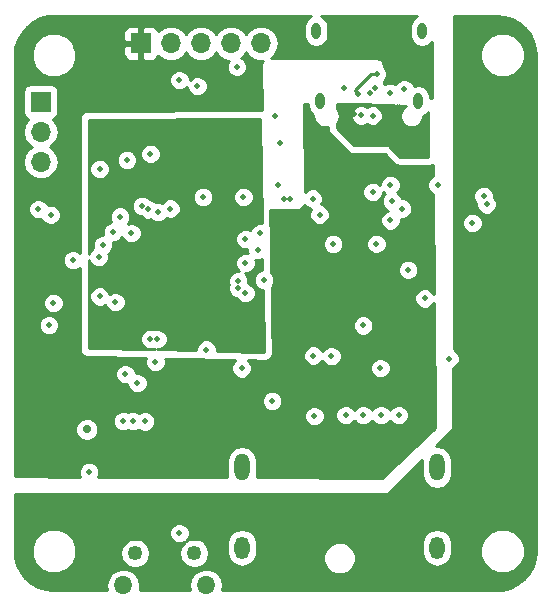
<source format=gbr>
G04 #@! TF.GenerationSoftware,KiCad,Pcbnew,(5.0.0-rc3)*
G04 #@! TF.CreationDate,2019-02-20T21:17:10+01:00*
G04 #@! TF.ProjectId,Adapter,416461707465722E6B696361645F7063,rev?*
G04 #@! TF.SameCoordinates,Original*
G04 #@! TF.FileFunction,Copper,L3,Inr,Plane*
G04 #@! TF.FilePolarity,Positive*
%FSLAX46Y46*%
G04 Gerber Fmt 4.6, Leading zero omitted, Abs format (unit mm)*
G04 Created by KiCad (PCBNEW (5.0.0-rc3)) date Wed Feb 20 21:17:10 2019*
%MOMM*%
%LPD*%
G01*
G04 APERTURE LIST*
G04 #@! TA.AperFunction,ViaPad*
%ADD10R,1.700000X1.700000*%
G04 #@! TD*
G04 #@! TA.AperFunction,ViaPad*
%ADD11O,1.700000X1.700000*%
G04 #@! TD*
G04 #@! TA.AperFunction,ViaPad*
%ADD12O,1.300000X2.300000*%
G04 #@! TD*
G04 #@! TA.AperFunction,ViaPad*
%ADD13O,1.300000X1.900000*%
G04 #@! TD*
G04 #@! TA.AperFunction,ViaPad*
%ADD14O,1.250000X1.250000*%
G04 #@! TD*
G04 #@! TA.AperFunction,ViaPad*
%ADD15O,1.550000X1.550000*%
G04 #@! TD*
G04 #@! TA.AperFunction,ViaPad*
%ADD16O,0.800000X1.400000*%
G04 #@! TD*
G04 #@! TA.AperFunction,ViaPad*
%ADD17C,0.460000*%
G04 #@! TD*
G04 #@! TA.AperFunction,ViaPad*
%ADD18C,0.700000*%
G04 #@! TD*
G04 #@! TA.AperFunction,Conductor*
%ADD19C,0.270000*%
G04 #@! TD*
G04 #@! TA.AperFunction,Conductor*
%ADD20C,0.254000*%
G04 #@! TD*
%ADD21C,0.254000*%
G04 APERTURE END LIST*
D10*
G04 #@! TO.N,GND*
G04 #@! TO.C,J5*
X28400000Y-41950000D03*
D11*
G04 #@! TO.N,/UART_RX*
X28400000Y-44490000D03*
G04 #@! TO.N,/UART_TX*
X28400000Y-47030000D03*
G04 #@! TD*
D10*
G04 #@! TO.N,+3V3*
G04 #@! TO.C,J4*
X36880000Y-37000000D03*
D11*
G04 #@! TO.N,/SWCLK*
X39420000Y-37000000D03*
G04 #@! TO.N,GND*
X41960000Y-37000000D03*
G04 #@! TO.N,/SWDIO*
X44500000Y-37000000D03*
G04 #@! TO.N,/nRESET*
X47040000Y-37000000D03*
G04 #@! TD*
D12*
G04 #@! TO.N,GND*
G04 #@! TO.C,J2*
X45439160Y-72919780D03*
X61939160Y-72919780D03*
D13*
X45439160Y-79699780D03*
X61939160Y-79699780D03*
G04 #@! TD*
D14*
G04 #@! TO.N,GND*
G04 #@! TO.C,J1*
X41400000Y-80200000D03*
X36400000Y-80200000D03*
D15*
X42400000Y-82900000D03*
X35400000Y-82900000D03*
G04 #@! TD*
D16*
G04 #@! TO.N,GND*
G04 #@! TO.C,J3*
X60690000Y-35960000D03*
X51710000Y-35960000D03*
X52070000Y-41910000D03*
X60330000Y-41910000D03*
G04 #@! TD*
D17*
G04 #@! TO.N,/D+*
X49530500Y-50180000D03*
X56490000Y-43130000D03*
X56277142Y-41240166D03*
G04 #@! TO.N,GND*
X55700000Y-60900000D03*
X58700000Y-68500000D03*
X57200000Y-68500000D03*
X55700000Y-68500000D03*
X53000000Y-63500000D03*
X32500000Y-73300000D03*
D18*
X32300000Y-69700000D03*
D17*
X60900000Y-58600000D03*
X63000000Y-63700000D03*
X51475000Y-63450000D03*
X36225000Y-69000000D03*
X35375000Y-69000000D03*
X37225000Y-69025000D03*
X29080000Y-60880000D03*
X34712904Y-58932010D03*
X42425000Y-62949021D03*
X37690000Y-46360000D03*
X35679444Y-46891835D03*
X33390000Y-47640000D03*
X56810000Y-53980000D03*
X53160000Y-54010000D03*
X46990000Y-53086000D03*
X51562000Y-68580000D03*
X45400000Y-64531990D03*
X29459904Y-58990096D03*
X59182000Y-40894000D03*
X40132000Y-78486000D03*
X45719994Y-53594000D03*
X39370000Y-51007990D03*
X45548420Y-50007988D03*
X42138598Y-50007988D03*
X58121367Y-50378633D03*
X54205150Y-68500000D03*
G04 #@! TO.N,/D-*
X48969500Y-50180000D03*
X56678344Y-40821656D03*
D18*
G04 #@! TO.N,VBUS*
X37300000Y-77699996D03*
X37300000Y-76599988D03*
D17*
X65500000Y-44500000D03*
X62000000Y-49000000D03*
G04 #@! TO.N,/AUX+*
X54100000Y-40825000D03*
X55519485Y-43117371D03*
G04 #@! TO.N,/HPD*
X48000000Y-67300000D03*
X38100000Y-64008000D03*
G04 #@! TO.N,/CC2*
X55260446Y-41310213D03*
X56825000Y-39587645D03*
G04 #@! TO.N,/CC1*
X29240000Y-51530000D03*
X31140000Y-55370000D03*
X56500000Y-49592010D03*
G04 #@! TO.N,VOD_CTL*
X36068000Y-53086000D03*
X52000031Y-51507990D03*
G04 #@! TO.N,PRE_CTL*
X36947778Y-50794245D03*
X51418461Y-50161454D03*
G04 #@! TO.N,EN_CTL*
X38324904Y-51308000D03*
X59000000Y-51000000D03*
G04 #@! TO.N,EQ_CTL*
X37513030Y-51061082D03*
X58000000Y-52000000D03*
G04 #@! TO.N,/nRESET*
X41656000Y-40640000D03*
X57150000Y-64516000D03*
X45000000Y-39000016D03*
G04 #@! TO.N,VBUS_EN*
X46750000Y-54500000D03*
X58000000Y-49000000D03*
G04 #@! TO.N,Net-(R9-Pad2)*
X48500000Y-49000000D03*
X34500000Y-53000000D03*
G04 #@! TO.N,Net-(J3-PadA4)*
X57500000Y-44800000D03*
X54950000Y-42975000D03*
X60500000Y-46500000D03*
X61000000Y-46500000D03*
X55500000Y-44840000D03*
X57976843Y-41218667D03*
G04 #@! TO.N,/LED_B_L*
X66150000Y-50650000D03*
X38280000Y-62060000D03*
G04 #@! TO.N,/LED_G_L*
X65900000Y-49930000D03*
X33380000Y-58440000D03*
G04 #@! TO.N,/LED_R_L*
X64939826Y-52230714D03*
X37682996Y-62043004D03*
G04 #@! TO.N,/CC1_EN*
X33645885Y-54099117D03*
X45119958Y-57150000D03*
G04 #@! TO.N,/CC1_TX*
X33302842Y-55089150D03*
X45119958Y-57737013D03*
G04 #@! TO.N,+3V3*
X34500000Y-73000000D03*
X43000000Y-70000000D03*
X44000000Y-70000000D03*
X56400000Y-58000000D03*
X60925000Y-60200000D03*
X31190000Y-47569998D03*
X56800000Y-51300000D03*
G04 #@! TO.N,/TX_CLK*
X45720000Y-55626000D03*
X45720000Y-58166000D03*
G04 #@! TO.N,/SWCLK*
X40132000Y-40132000D03*
G04 #@! TO.N,/SWDIO*
X48260000Y-43180000D03*
G04 #@! TO.N,/UART_TX*
X35560000Y-65024000D03*
X28194000Y-51054000D03*
G04 #@! TO.N,/UART_RX*
X36576000Y-65786000D03*
G04 #@! TO.N,/BOOT*
X47295000Y-57058202D03*
X59511899Y-56183909D03*
G04 #@! TO.N,Net-(R14-Pad2)*
X35120495Y-51683697D03*
X48649479Y-45466000D03*
G04 #@! TO.N,VDD*
X46375000Y-61625000D03*
X32640000Y-61710000D03*
X46147300Y-51007990D03*
G04 #@! TD*
D19*
G04 #@! TO.N,/CC2*
X56825000Y-39587645D02*
X56394193Y-39587645D01*
X56394193Y-39587645D02*
X55030447Y-40951391D01*
X55030447Y-40951391D02*
X55030447Y-41080214D01*
X55030447Y-41080214D02*
X55260446Y-41310213D01*
G04 #@! TD*
D20*
G04 #@! TO.N,VBUS*
G36*
X67665861Y-34756160D02*
X68304530Y-34956307D01*
X68889902Y-35280784D01*
X69398078Y-35716343D01*
X69808289Y-36245183D01*
X70103786Y-36845712D01*
X70274623Y-37501567D01*
X70315000Y-38026313D01*
X70315001Y-79965292D01*
X70243839Y-80665865D01*
X70043693Y-81304532D01*
X69719215Y-81889904D01*
X69283657Y-82398077D01*
X68754815Y-82808290D01*
X68154287Y-83103786D01*
X67498433Y-83274623D01*
X67226110Y-83295577D01*
X67072388Y-83265000D01*
X43765020Y-83265000D01*
X43837623Y-82900000D01*
X43728190Y-82349845D01*
X43416553Y-81883447D01*
X42950155Y-81571810D01*
X42538870Y-81490000D01*
X42261130Y-81490000D01*
X41849845Y-81571810D01*
X41383447Y-81883447D01*
X41071810Y-82349845D01*
X40962377Y-82900000D01*
X41034980Y-83265000D01*
X36765020Y-83265000D01*
X36837623Y-82900000D01*
X36728190Y-82349845D01*
X36416553Y-81883447D01*
X35950155Y-81571810D01*
X35538870Y-81490000D01*
X35261130Y-81490000D01*
X34849845Y-81571810D01*
X34383447Y-81883447D01*
X34071810Y-82349845D01*
X33962377Y-82900000D01*
X34034980Y-83265000D01*
X29427612Y-83265000D01*
X29297416Y-83290898D01*
X28834135Y-83243839D01*
X28195468Y-83043693D01*
X27610096Y-82719215D01*
X27101923Y-82283657D01*
X26691710Y-81754815D01*
X26396214Y-81154287D01*
X26225377Y-80498433D01*
X26185000Y-79973687D01*
X26185000Y-79625050D01*
X27615000Y-79625050D01*
X27615000Y-80374950D01*
X27901974Y-81067767D01*
X28432233Y-81598026D01*
X29125050Y-81885000D01*
X29874950Y-81885000D01*
X30567767Y-81598026D01*
X31098026Y-81067767D01*
X31385000Y-80374950D01*
X31385000Y-80200000D01*
X35115316Y-80200000D01*
X35213107Y-80691627D01*
X35491591Y-81108409D01*
X35908373Y-81386893D01*
X36275906Y-81460000D01*
X36524094Y-81460000D01*
X36891627Y-81386893D01*
X37308409Y-81108409D01*
X37586893Y-80691627D01*
X37684684Y-80200000D01*
X37586893Y-79708373D01*
X37308409Y-79291591D01*
X36891627Y-79013107D01*
X36524094Y-78940000D01*
X36275906Y-78940000D01*
X35908373Y-79013107D01*
X35491591Y-79291591D01*
X35213107Y-79708373D01*
X35115316Y-80200000D01*
X31385000Y-80200000D01*
X31385000Y-79625050D01*
X31098026Y-78932233D01*
X30567767Y-78401974D01*
X30355237Y-78313941D01*
X39267000Y-78313941D01*
X39267000Y-78658059D01*
X39398689Y-78975983D01*
X39642017Y-79219311D01*
X39959941Y-79351000D01*
X40304059Y-79351000D01*
X40563530Y-79243523D01*
X40491591Y-79291591D01*
X40213107Y-79708373D01*
X40115316Y-80200000D01*
X40213107Y-80691627D01*
X40491591Y-81108409D01*
X40908373Y-81386893D01*
X41275906Y-81460000D01*
X41524094Y-81460000D01*
X41891627Y-81386893D01*
X42308409Y-81108409D01*
X42586893Y-80691627D01*
X42684684Y-80200000D01*
X42586893Y-79708373D01*
X42308409Y-79291591D01*
X42280920Y-79273223D01*
X44154160Y-79273223D01*
X44154160Y-80126338D01*
X44228717Y-80501162D01*
X44512728Y-80926213D01*
X44937779Y-81210223D01*
X45439160Y-81309954D01*
X45940542Y-81210223D01*
X46365593Y-80926213D01*
X46649603Y-80501162D01*
X46683796Y-80329259D01*
X52329160Y-80329259D01*
X52329160Y-80870301D01*
X52536208Y-81370158D01*
X52918782Y-81752732D01*
X53418639Y-81959780D01*
X53959681Y-81959780D01*
X54459538Y-81752732D01*
X54842112Y-81370158D01*
X55049160Y-80870301D01*
X55049160Y-80329259D01*
X54842112Y-79829402D01*
X54459538Y-79446828D01*
X54040420Y-79273223D01*
X60654160Y-79273223D01*
X60654160Y-80126338D01*
X60728717Y-80501162D01*
X61012728Y-80926213D01*
X61437779Y-81210223D01*
X61939160Y-81309954D01*
X62440542Y-81210223D01*
X62865593Y-80926213D01*
X63149603Y-80501162D01*
X63224160Y-80126337D01*
X63224160Y-79625050D01*
X65615000Y-79625050D01*
X65615000Y-80374950D01*
X65901974Y-81067767D01*
X66432233Y-81598026D01*
X67125050Y-81885000D01*
X67874950Y-81885000D01*
X68567767Y-81598026D01*
X69098026Y-81067767D01*
X69385000Y-80374950D01*
X69385000Y-79625050D01*
X69098026Y-78932233D01*
X68567767Y-78401974D01*
X67874950Y-78115000D01*
X67125050Y-78115000D01*
X66432233Y-78401974D01*
X65901974Y-78932233D01*
X65615000Y-79625050D01*
X63224160Y-79625050D01*
X63224160Y-79273222D01*
X63149603Y-78898398D01*
X62865593Y-78473347D01*
X62440541Y-78189337D01*
X61939160Y-78089606D01*
X61437778Y-78189337D01*
X61012727Y-78473347D01*
X60728717Y-78898399D01*
X60654160Y-79273223D01*
X54040420Y-79273223D01*
X53959681Y-79239780D01*
X53418639Y-79239780D01*
X52918782Y-79446828D01*
X52536208Y-79829402D01*
X52329160Y-80329259D01*
X46683796Y-80329259D01*
X46724160Y-80126337D01*
X46724160Y-79273222D01*
X46649603Y-78898398D01*
X46365593Y-78473347D01*
X45940541Y-78189337D01*
X45439160Y-78089606D01*
X44937778Y-78189337D01*
X44512727Y-78473347D01*
X44228717Y-78898399D01*
X44154160Y-79273223D01*
X42280920Y-79273223D01*
X41891627Y-79013107D01*
X41524094Y-78940000D01*
X41275906Y-78940000D01*
X40908373Y-79013107D01*
X40666720Y-79174574D01*
X40865311Y-78975983D01*
X40997000Y-78658059D01*
X40997000Y-78313941D01*
X40865311Y-77996017D01*
X40621983Y-77752689D01*
X40304059Y-77621000D01*
X39959941Y-77621000D01*
X39642017Y-77752689D01*
X39398689Y-77996017D01*
X39267000Y-78313941D01*
X30355237Y-78313941D01*
X29874950Y-78115000D01*
X29125050Y-78115000D01*
X28432233Y-78401974D01*
X27901974Y-78932233D01*
X27615000Y-79625050D01*
X26185000Y-79625050D01*
X26185000Y-75127000D01*
X57800000Y-75127000D01*
X57848601Y-75117333D01*
X57889803Y-75089803D01*
X60654160Y-72325446D01*
X60654160Y-73546338D01*
X60728717Y-73921162D01*
X61012728Y-74346213D01*
X61437779Y-74630223D01*
X61939160Y-74729954D01*
X62440542Y-74630223D01*
X62865593Y-74346213D01*
X63149603Y-73921162D01*
X63224160Y-73546338D01*
X63224160Y-72293222D01*
X63149603Y-71918398D01*
X62865593Y-71493347D01*
X62440541Y-71209337D01*
X61939160Y-71109606D01*
X61852827Y-71126779D01*
X63289803Y-69689803D01*
X63317333Y-69648601D01*
X63327000Y-69600348D01*
X63340987Y-64495027D01*
X63489983Y-64433311D01*
X63733311Y-64189983D01*
X63865000Y-63872059D01*
X63865000Y-63527941D01*
X63733311Y-63210017D01*
X63489983Y-62966689D01*
X63345339Y-62906775D01*
X63375059Y-52058655D01*
X64074826Y-52058655D01*
X64074826Y-52402773D01*
X64206515Y-52720697D01*
X64449843Y-52964025D01*
X64767767Y-53095714D01*
X65111885Y-53095714D01*
X65429809Y-52964025D01*
X65673137Y-52720697D01*
X65804826Y-52402773D01*
X65804826Y-52058655D01*
X65673137Y-51740731D01*
X65429809Y-51497403D01*
X65111885Y-51365714D01*
X64767767Y-51365714D01*
X64449843Y-51497403D01*
X64206515Y-51740731D01*
X64074826Y-52058655D01*
X63375059Y-52058655D01*
X63381362Y-49757941D01*
X65035000Y-49757941D01*
X65035000Y-50102059D01*
X65166689Y-50419983D01*
X65285000Y-50538294D01*
X65285000Y-50822059D01*
X65416689Y-51139983D01*
X65660017Y-51383311D01*
X65977941Y-51515000D01*
X66322059Y-51515000D01*
X66639983Y-51383311D01*
X66883311Y-51139983D01*
X67015000Y-50822059D01*
X67015000Y-50477941D01*
X66883311Y-50160017D01*
X66765000Y-50041706D01*
X66765000Y-49757941D01*
X66633311Y-49440017D01*
X66389983Y-49196689D01*
X66072059Y-49065000D01*
X65727941Y-49065000D01*
X65410017Y-49196689D01*
X65166689Y-49440017D01*
X65035000Y-49757941D01*
X63381362Y-49757941D01*
X63414603Y-37625050D01*
X65615000Y-37625050D01*
X65615000Y-38374950D01*
X65901974Y-39067767D01*
X66432233Y-39598026D01*
X67125050Y-39885000D01*
X67874950Y-39885000D01*
X68567767Y-39598026D01*
X69098026Y-39067767D01*
X69385000Y-38374950D01*
X69385000Y-37625050D01*
X69098026Y-36932233D01*
X68567767Y-36401974D01*
X67874950Y-36115000D01*
X67125050Y-36115000D01*
X66432233Y-36401974D01*
X65901974Y-36932233D01*
X65615000Y-37625050D01*
X63414603Y-37625050D01*
X63422658Y-34685000D01*
X66965302Y-34685000D01*
X67665861Y-34756160D01*
X67665861Y-34756160D01*
G37*
X67665861Y-34756160D02*
X68304530Y-34956307D01*
X68889902Y-35280784D01*
X69398078Y-35716343D01*
X69808289Y-36245183D01*
X70103786Y-36845712D01*
X70274623Y-37501567D01*
X70315000Y-38026313D01*
X70315001Y-79965292D01*
X70243839Y-80665865D01*
X70043693Y-81304532D01*
X69719215Y-81889904D01*
X69283657Y-82398077D01*
X68754815Y-82808290D01*
X68154287Y-83103786D01*
X67498433Y-83274623D01*
X67226110Y-83295577D01*
X67072388Y-83265000D01*
X43765020Y-83265000D01*
X43837623Y-82900000D01*
X43728190Y-82349845D01*
X43416553Y-81883447D01*
X42950155Y-81571810D01*
X42538870Y-81490000D01*
X42261130Y-81490000D01*
X41849845Y-81571810D01*
X41383447Y-81883447D01*
X41071810Y-82349845D01*
X40962377Y-82900000D01*
X41034980Y-83265000D01*
X36765020Y-83265000D01*
X36837623Y-82900000D01*
X36728190Y-82349845D01*
X36416553Y-81883447D01*
X35950155Y-81571810D01*
X35538870Y-81490000D01*
X35261130Y-81490000D01*
X34849845Y-81571810D01*
X34383447Y-81883447D01*
X34071810Y-82349845D01*
X33962377Y-82900000D01*
X34034980Y-83265000D01*
X29427612Y-83265000D01*
X29297416Y-83290898D01*
X28834135Y-83243839D01*
X28195468Y-83043693D01*
X27610096Y-82719215D01*
X27101923Y-82283657D01*
X26691710Y-81754815D01*
X26396214Y-81154287D01*
X26225377Y-80498433D01*
X26185000Y-79973687D01*
X26185000Y-79625050D01*
X27615000Y-79625050D01*
X27615000Y-80374950D01*
X27901974Y-81067767D01*
X28432233Y-81598026D01*
X29125050Y-81885000D01*
X29874950Y-81885000D01*
X30567767Y-81598026D01*
X31098026Y-81067767D01*
X31385000Y-80374950D01*
X31385000Y-80200000D01*
X35115316Y-80200000D01*
X35213107Y-80691627D01*
X35491591Y-81108409D01*
X35908373Y-81386893D01*
X36275906Y-81460000D01*
X36524094Y-81460000D01*
X36891627Y-81386893D01*
X37308409Y-81108409D01*
X37586893Y-80691627D01*
X37684684Y-80200000D01*
X37586893Y-79708373D01*
X37308409Y-79291591D01*
X36891627Y-79013107D01*
X36524094Y-78940000D01*
X36275906Y-78940000D01*
X35908373Y-79013107D01*
X35491591Y-79291591D01*
X35213107Y-79708373D01*
X35115316Y-80200000D01*
X31385000Y-80200000D01*
X31385000Y-79625050D01*
X31098026Y-78932233D01*
X30567767Y-78401974D01*
X30355237Y-78313941D01*
X39267000Y-78313941D01*
X39267000Y-78658059D01*
X39398689Y-78975983D01*
X39642017Y-79219311D01*
X39959941Y-79351000D01*
X40304059Y-79351000D01*
X40563530Y-79243523D01*
X40491591Y-79291591D01*
X40213107Y-79708373D01*
X40115316Y-80200000D01*
X40213107Y-80691627D01*
X40491591Y-81108409D01*
X40908373Y-81386893D01*
X41275906Y-81460000D01*
X41524094Y-81460000D01*
X41891627Y-81386893D01*
X42308409Y-81108409D01*
X42586893Y-80691627D01*
X42684684Y-80200000D01*
X42586893Y-79708373D01*
X42308409Y-79291591D01*
X42280920Y-79273223D01*
X44154160Y-79273223D01*
X44154160Y-80126338D01*
X44228717Y-80501162D01*
X44512728Y-80926213D01*
X44937779Y-81210223D01*
X45439160Y-81309954D01*
X45940542Y-81210223D01*
X46365593Y-80926213D01*
X46649603Y-80501162D01*
X46683796Y-80329259D01*
X52329160Y-80329259D01*
X52329160Y-80870301D01*
X52536208Y-81370158D01*
X52918782Y-81752732D01*
X53418639Y-81959780D01*
X53959681Y-81959780D01*
X54459538Y-81752732D01*
X54842112Y-81370158D01*
X55049160Y-80870301D01*
X55049160Y-80329259D01*
X54842112Y-79829402D01*
X54459538Y-79446828D01*
X54040420Y-79273223D01*
X60654160Y-79273223D01*
X60654160Y-80126338D01*
X60728717Y-80501162D01*
X61012728Y-80926213D01*
X61437779Y-81210223D01*
X61939160Y-81309954D01*
X62440542Y-81210223D01*
X62865593Y-80926213D01*
X63149603Y-80501162D01*
X63224160Y-80126337D01*
X63224160Y-79625050D01*
X65615000Y-79625050D01*
X65615000Y-80374950D01*
X65901974Y-81067767D01*
X66432233Y-81598026D01*
X67125050Y-81885000D01*
X67874950Y-81885000D01*
X68567767Y-81598026D01*
X69098026Y-81067767D01*
X69385000Y-80374950D01*
X69385000Y-79625050D01*
X69098026Y-78932233D01*
X68567767Y-78401974D01*
X67874950Y-78115000D01*
X67125050Y-78115000D01*
X66432233Y-78401974D01*
X65901974Y-78932233D01*
X65615000Y-79625050D01*
X63224160Y-79625050D01*
X63224160Y-79273222D01*
X63149603Y-78898398D01*
X62865593Y-78473347D01*
X62440541Y-78189337D01*
X61939160Y-78089606D01*
X61437778Y-78189337D01*
X61012727Y-78473347D01*
X60728717Y-78898399D01*
X60654160Y-79273223D01*
X54040420Y-79273223D01*
X53959681Y-79239780D01*
X53418639Y-79239780D01*
X52918782Y-79446828D01*
X52536208Y-79829402D01*
X52329160Y-80329259D01*
X46683796Y-80329259D01*
X46724160Y-80126337D01*
X46724160Y-79273222D01*
X46649603Y-78898398D01*
X46365593Y-78473347D01*
X45940541Y-78189337D01*
X45439160Y-78089606D01*
X44937778Y-78189337D01*
X44512727Y-78473347D01*
X44228717Y-78898399D01*
X44154160Y-79273223D01*
X42280920Y-79273223D01*
X41891627Y-79013107D01*
X41524094Y-78940000D01*
X41275906Y-78940000D01*
X40908373Y-79013107D01*
X40666720Y-79174574D01*
X40865311Y-78975983D01*
X40997000Y-78658059D01*
X40997000Y-78313941D01*
X40865311Y-77996017D01*
X40621983Y-77752689D01*
X40304059Y-77621000D01*
X39959941Y-77621000D01*
X39642017Y-77752689D01*
X39398689Y-77996017D01*
X39267000Y-78313941D01*
X30355237Y-78313941D01*
X29874950Y-78115000D01*
X29125050Y-78115000D01*
X28432233Y-78401974D01*
X27901974Y-78932233D01*
X27615000Y-79625050D01*
X26185000Y-79625050D01*
X26185000Y-75127000D01*
X57800000Y-75127000D01*
X57848601Y-75117333D01*
X57889803Y-75089803D01*
X60654160Y-72325446D01*
X60654160Y-73546338D01*
X60728717Y-73921162D01*
X61012728Y-74346213D01*
X61437779Y-74630223D01*
X61939160Y-74729954D01*
X62440542Y-74630223D01*
X62865593Y-74346213D01*
X63149603Y-73921162D01*
X63224160Y-73546338D01*
X63224160Y-72293222D01*
X63149603Y-71918398D01*
X62865593Y-71493347D01*
X62440541Y-71209337D01*
X61939160Y-71109606D01*
X61852827Y-71126779D01*
X63289803Y-69689803D01*
X63317333Y-69648601D01*
X63327000Y-69600348D01*
X63340987Y-64495027D01*
X63489983Y-64433311D01*
X63733311Y-64189983D01*
X63865000Y-63872059D01*
X63865000Y-63527941D01*
X63733311Y-63210017D01*
X63489983Y-62966689D01*
X63345339Y-62906775D01*
X63375059Y-52058655D01*
X64074826Y-52058655D01*
X64074826Y-52402773D01*
X64206515Y-52720697D01*
X64449843Y-52964025D01*
X64767767Y-53095714D01*
X65111885Y-53095714D01*
X65429809Y-52964025D01*
X65673137Y-52720697D01*
X65804826Y-52402773D01*
X65804826Y-52058655D01*
X65673137Y-51740731D01*
X65429809Y-51497403D01*
X65111885Y-51365714D01*
X64767767Y-51365714D01*
X64449843Y-51497403D01*
X64206515Y-51740731D01*
X64074826Y-52058655D01*
X63375059Y-52058655D01*
X63381362Y-49757941D01*
X65035000Y-49757941D01*
X65035000Y-50102059D01*
X65166689Y-50419983D01*
X65285000Y-50538294D01*
X65285000Y-50822059D01*
X65416689Y-51139983D01*
X65660017Y-51383311D01*
X65977941Y-51515000D01*
X66322059Y-51515000D01*
X66639983Y-51383311D01*
X66883311Y-51139983D01*
X67015000Y-50822059D01*
X67015000Y-50477941D01*
X66883311Y-50160017D01*
X66765000Y-50041706D01*
X66765000Y-49757941D01*
X66633311Y-49440017D01*
X66389983Y-49196689D01*
X66072059Y-49065000D01*
X65727941Y-49065000D01*
X65410017Y-49196689D01*
X65166689Y-49440017D01*
X65035000Y-49757941D01*
X63381362Y-49757941D01*
X63414603Y-37625050D01*
X65615000Y-37625050D01*
X65615000Y-38374950D01*
X65901974Y-39067767D01*
X66432233Y-39598026D01*
X67125050Y-39885000D01*
X67874950Y-39885000D01*
X68567767Y-39598026D01*
X69098026Y-39067767D01*
X69385000Y-38374950D01*
X69385000Y-37625050D01*
X69098026Y-36932233D01*
X68567767Y-36401974D01*
X67874950Y-36115000D01*
X67125050Y-36115000D01*
X66432233Y-36401974D01*
X65901974Y-36932233D01*
X65615000Y-37625050D01*
X63414603Y-37625050D01*
X63422658Y-34685000D01*
X66965302Y-34685000D01*
X67665861Y-34756160D01*
G04 #@! TO.N,+3V3*
G36*
X51306164Y-34685052D02*
X50963808Y-34913807D01*
X50735053Y-35256163D01*
X50675000Y-35558065D01*
X50675000Y-36361934D01*
X50735052Y-36663836D01*
X50963807Y-37006193D01*
X51306163Y-37234948D01*
X51710000Y-37315276D01*
X52113836Y-37234948D01*
X52456193Y-37006193D01*
X52684948Y-36663837D01*
X52745000Y-36361935D01*
X52745000Y-35558066D01*
X52684948Y-35256164D01*
X52456193Y-34913807D01*
X52113837Y-34685052D01*
X52113576Y-34685000D01*
X60286425Y-34685000D01*
X60286164Y-34685052D01*
X59943808Y-34913807D01*
X59715053Y-35256163D01*
X59655000Y-35558065D01*
X59655000Y-36361934D01*
X59715052Y-36663836D01*
X59943807Y-37006193D01*
X60286163Y-37234948D01*
X60690000Y-37315276D01*
X61093836Y-37234948D01*
X61436193Y-37006193D01*
X61502801Y-36906507D01*
X61541935Y-41641759D01*
X61365000Y-41600763D01*
X61365000Y-41508066D01*
X61304948Y-41206164D01*
X61076193Y-40863807D01*
X60733837Y-40635052D01*
X60330000Y-40554724D01*
X60004551Y-40619460D01*
X59915311Y-40404017D01*
X59671983Y-40160689D01*
X59354059Y-40029000D01*
X59009941Y-40029000D01*
X58692017Y-40160689D01*
X58448689Y-40404017D01*
X58422587Y-40467032D01*
X58148902Y-40353667D01*
X57804784Y-40353667D01*
X57486860Y-40485356D01*
X57478695Y-40493521D01*
X57445200Y-40412658D01*
X57447397Y-40188542D01*
X57558311Y-40077628D01*
X57690000Y-39759704D01*
X57690000Y-39415586D01*
X57558311Y-39097662D01*
X57459065Y-38998416D01*
X57459969Y-38906225D01*
X57412325Y-38658600D01*
X57275238Y-38452216D01*
X57069606Y-38314003D01*
X56826735Y-38265002D01*
X47856400Y-38240493D01*
X48110625Y-38070625D01*
X48438839Y-37579418D01*
X48554092Y-37000000D01*
X48438839Y-36420582D01*
X48110625Y-35929375D01*
X47619418Y-35601161D01*
X47186256Y-35515000D01*
X46893744Y-35515000D01*
X46460582Y-35601161D01*
X45969375Y-35929375D01*
X45770000Y-36227761D01*
X45570625Y-35929375D01*
X45079418Y-35601161D01*
X44646256Y-35515000D01*
X44353744Y-35515000D01*
X43920582Y-35601161D01*
X43429375Y-35929375D01*
X43230000Y-36227761D01*
X43030625Y-35929375D01*
X42539418Y-35601161D01*
X42106256Y-35515000D01*
X41813744Y-35515000D01*
X41380582Y-35601161D01*
X40889375Y-35929375D01*
X40690000Y-36227761D01*
X40490625Y-35929375D01*
X39999418Y-35601161D01*
X39566256Y-35515000D01*
X39273744Y-35515000D01*
X38840582Y-35601161D01*
X38349375Y-35929375D01*
X38334904Y-35951033D01*
X38268327Y-35790302D01*
X38089699Y-35611673D01*
X37856310Y-35515000D01*
X37165750Y-35515000D01*
X37007000Y-35673750D01*
X37007000Y-36873000D01*
X37027000Y-36873000D01*
X37027000Y-37127000D01*
X37007000Y-37127000D01*
X37007000Y-38326250D01*
X37165750Y-38485000D01*
X37856310Y-38485000D01*
X38089699Y-38388327D01*
X38268327Y-38209698D01*
X38334904Y-38048967D01*
X38349375Y-38070625D01*
X38840582Y-38398839D01*
X39273744Y-38485000D01*
X39566256Y-38485000D01*
X39999418Y-38398839D01*
X40490625Y-38070625D01*
X40690000Y-37772239D01*
X40889375Y-38070625D01*
X41380582Y-38398839D01*
X41813744Y-38485000D01*
X42106256Y-38485000D01*
X42539418Y-38398839D01*
X43030625Y-38070625D01*
X43230000Y-37772239D01*
X43429375Y-38070625D01*
X43920582Y-38398839D01*
X44302012Y-38474710D01*
X44266689Y-38510033D01*
X44135000Y-38827957D01*
X44135000Y-39172075D01*
X44266689Y-39489999D01*
X44510017Y-39733327D01*
X44827941Y-39865016D01*
X45172059Y-39865016D01*
X45489983Y-39733327D01*
X45733311Y-39489999D01*
X45865000Y-39172075D01*
X45865000Y-38827957D01*
X45733311Y-38510033D01*
X45489983Y-38266705D01*
X45358611Y-38212289D01*
X45570625Y-38070625D01*
X45770000Y-37772239D01*
X45969375Y-38070625D01*
X46460582Y-38398839D01*
X46893744Y-38485000D01*
X47184528Y-38485000D01*
X47081788Y-38648450D01*
X47040247Y-38892708D01*
X47145182Y-42654223D01*
X47071766Y-42640008D01*
X32346766Y-42715008D01*
X32106996Y-42763336D01*
X31900987Y-42900987D01*
X31763336Y-43106996D01*
X31715000Y-43350000D01*
X31715000Y-54721706D01*
X31629983Y-54636689D01*
X31312059Y-54505000D01*
X30967941Y-54505000D01*
X30650017Y-54636689D01*
X30406689Y-54880017D01*
X30275000Y-55197941D01*
X30275000Y-55542059D01*
X30406689Y-55859983D01*
X30650017Y-56103311D01*
X30967941Y-56235000D01*
X31312059Y-56235000D01*
X31629983Y-56103311D01*
X31715000Y-56018294D01*
X31715000Y-62925000D01*
X31758227Y-63155281D01*
X31891398Y-63364214D01*
X32094387Y-63506280D01*
X32336291Y-63559852D01*
X37304917Y-63667148D01*
X37235000Y-63835941D01*
X37235000Y-64180059D01*
X37366689Y-64497983D01*
X37610017Y-64741311D01*
X37927941Y-64873000D01*
X38272059Y-64873000D01*
X38589983Y-64741311D01*
X38833311Y-64497983D01*
X38965000Y-64180059D01*
X38965000Y-63835941D01*
X38909435Y-63701797D01*
X42151005Y-63771798D01*
X42252941Y-63814021D01*
X42597059Y-63814021D01*
X42671841Y-63783045D01*
X44878010Y-63830686D01*
X44666689Y-64042007D01*
X44535000Y-64359931D01*
X44535000Y-64704049D01*
X44666689Y-65021973D01*
X44910017Y-65265301D01*
X45227941Y-65396990D01*
X45572059Y-65396990D01*
X45889983Y-65265301D01*
X46133311Y-65021973D01*
X46265000Y-64704049D01*
X46265000Y-64359931D01*
X46133311Y-64042007D01*
X45945032Y-63853728D01*
X47386291Y-63884852D01*
X47652516Y-63832633D01*
X47856258Y-63691649D01*
X47990539Y-63483428D01*
X48027948Y-63277941D01*
X50610000Y-63277941D01*
X50610000Y-63622059D01*
X50741689Y-63939983D01*
X50985017Y-64183311D01*
X51302941Y-64315000D01*
X51647059Y-64315000D01*
X51964983Y-64183311D01*
X52208311Y-63939983D01*
X52227145Y-63894515D01*
X52266689Y-63989983D01*
X52510017Y-64233311D01*
X52827941Y-64365000D01*
X53172059Y-64365000D01*
X53222899Y-64343941D01*
X56285000Y-64343941D01*
X56285000Y-64688059D01*
X56416689Y-65005983D01*
X56660017Y-65249311D01*
X56977941Y-65381000D01*
X57322059Y-65381000D01*
X57639983Y-65249311D01*
X57883311Y-65005983D01*
X58015000Y-64688059D01*
X58015000Y-64343941D01*
X57883311Y-64026017D01*
X57639983Y-63782689D01*
X57322059Y-63651000D01*
X56977941Y-63651000D01*
X56660017Y-63782689D01*
X56416689Y-64026017D01*
X56285000Y-64343941D01*
X53222899Y-64343941D01*
X53489983Y-64233311D01*
X53733311Y-63989983D01*
X53865000Y-63672059D01*
X53865000Y-63327941D01*
X53733311Y-63010017D01*
X53489983Y-62766689D01*
X53172059Y-62635000D01*
X52827941Y-62635000D01*
X52510017Y-62766689D01*
X52266689Y-63010017D01*
X52247855Y-63055485D01*
X52208311Y-62960017D01*
X51964983Y-62716689D01*
X51647059Y-62585000D01*
X51302941Y-62585000D01*
X50985017Y-62716689D01*
X50741689Y-62960017D01*
X50610000Y-63277941D01*
X48027948Y-63277941D01*
X48034916Y-63239670D01*
X47994050Y-60727941D01*
X54835000Y-60727941D01*
X54835000Y-61072059D01*
X54966689Y-61389983D01*
X55210017Y-61633311D01*
X55527941Y-61765000D01*
X55872059Y-61765000D01*
X56189983Y-61633311D01*
X56433311Y-61389983D01*
X56565000Y-61072059D01*
X56565000Y-60727941D01*
X56433311Y-60410017D01*
X56189983Y-60166689D01*
X55872059Y-60035000D01*
X55527941Y-60035000D01*
X55210017Y-60166689D01*
X54966689Y-60410017D01*
X54835000Y-60727941D01*
X47994050Y-60727941D01*
X47943690Y-57632806D01*
X48028311Y-57548185D01*
X48160000Y-57230261D01*
X48160000Y-56886143D01*
X48028311Y-56568219D01*
X47924683Y-56464591D01*
X47917317Y-56011850D01*
X58646899Y-56011850D01*
X58646899Y-56355968D01*
X58778588Y-56673892D01*
X59021916Y-56917220D01*
X59339840Y-57048909D01*
X59683958Y-57048909D01*
X60001882Y-56917220D01*
X60245210Y-56673892D01*
X60376899Y-56355968D01*
X60376899Y-56011850D01*
X60245210Y-55693926D01*
X60001882Y-55450598D01*
X59683958Y-55318909D01*
X59339840Y-55318909D01*
X59021916Y-55450598D01*
X58778588Y-55693926D01*
X58646899Y-56011850D01*
X47917317Y-56011850D01*
X47881947Y-53837941D01*
X52295000Y-53837941D01*
X52295000Y-54182059D01*
X52426689Y-54499983D01*
X52670017Y-54743311D01*
X52987941Y-54875000D01*
X53332059Y-54875000D01*
X53649983Y-54743311D01*
X53893311Y-54499983D01*
X54025000Y-54182059D01*
X54025000Y-53837941D01*
X54012574Y-53807941D01*
X55945000Y-53807941D01*
X55945000Y-54152059D01*
X56076689Y-54469983D01*
X56320017Y-54713311D01*
X56637941Y-54845000D01*
X56982059Y-54845000D01*
X57299983Y-54713311D01*
X57543311Y-54469983D01*
X57675000Y-54152059D01*
X57675000Y-53807941D01*
X57543311Y-53490017D01*
X57299983Y-53246689D01*
X56982059Y-53115000D01*
X56637941Y-53115000D01*
X56320017Y-53246689D01*
X56076689Y-53490017D01*
X55945000Y-53807941D01*
X54012574Y-53807941D01*
X53893311Y-53520017D01*
X53649983Y-53276689D01*
X53332059Y-53145000D01*
X52987941Y-53145000D01*
X52670017Y-53276689D01*
X52426689Y-53520017D01*
X52295000Y-53837941D01*
X47881947Y-53837941D01*
X47837851Y-51127747D01*
X48000000Y-51160000D01*
X50100000Y-51160000D01*
X50344624Y-51110990D01*
X50550251Y-50972771D01*
X50687333Y-50766382D01*
X50705816Y-50672103D01*
X50928478Y-50894765D01*
X51246402Y-51026454D01*
X51263221Y-51026454D01*
X51135031Y-51335931D01*
X51135031Y-51680049D01*
X51266720Y-51997973D01*
X51510048Y-52241301D01*
X51827972Y-52372990D01*
X52172090Y-52372990D01*
X52490014Y-52241301D01*
X52733342Y-51997973D01*
X52865031Y-51680049D01*
X52865031Y-51335931D01*
X52733342Y-51018007D01*
X52490014Y-50774679D01*
X52172090Y-50642990D01*
X52155271Y-50642990D01*
X52283461Y-50333513D01*
X52283461Y-49989395D01*
X52151772Y-49671471D01*
X51908444Y-49428143D01*
X51888667Y-49419951D01*
X55635000Y-49419951D01*
X55635000Y-49764069D01*
X55766689Y-50081993D01*
X56010017Y-50325321D01*
X56327941Y-50457010D01*
X56672059Y-50457010D01*
X56989983Y-50325321D01*
X57233311Y-50081993D01*
X57365000Y-49764069D01*
X57365000Y-49588294D01*
X57510017Y-49733311D01*
X57533619Y-49743087D01*
X57388056Y-49888650D01*
X57256367Y-50206574D01*
X57256367Y-50550692D01*
X57388056Y-50868616D01*
X57631384Y-51111944D01*
X57757493Y-51164180D01*
X57510017Y-51266689D01*
X57266689Y-51510017D01*
X57135000Y-51827941D01*
X57135000Y-52172059D01*
X57266689Y-52489983D01*
X57510017Y-52733311D01*
X57827941Y-52865000D01*
X58172059Y-52865000D01*
X58489983Y-52733311D01*
X58733311Y-52489983D01*
X58865000Y-52172059D01*
X58865000Y-51865000D01*
X59172059Y-51865000D01*
X59489983Y-51733311D01*
X59733311Y-51489983D01*
X59865000Y-51172059D01*
X59865000Y-50827941D01*
X59733311Y-50510017D01*
X59489983Y-50266689D01*
X59172059Y-50135000D01*
X58956720Y-50135000D01*
X58854678Y-49888650D01*
X58611350Y-49645322D01*
X58587748Y-49635546D01*
X58733311Y-49489983D01*
X58865000Y-49172059D01*
X58865000Y-48827941D01*
X58733311Y-48510017D01*
X58489983Y-48266689D01*
X58172059Y-48135000D01*
X57827941Y-48135000D01*
X57510017Y-48266689D01*
X57266689Y-48510017D01*
X57135000Y-48827941D01*
X57135000Y-49003716D01*
X56989983Y-48858699D01*
X56672059Y-48727010D01*
X56327941Y-48727010D01*
X56010017Y-48858699D01*
X55766689Y-49102027D01*
X55635000Y-49419951D01*
X51888667Y-49419951D01*
X51590520Y-49296454D01*
X51246402Y-49296454D01*
X50928478Y-49428143D01*
X50732514Y-49624107D01*
X50711750Y-42107638D01*
X51035000Y-42106436D01*
X51035000Y-42311934D01*
X51095052Y-42613836D01*
X51323807Y-42956193D01*
X51489686Y-43067030D01*
X51471193Y-43160000D01*
X51545700Y-43534573D01*
X51757879Y-43852121D01*
X52075427Y-44064300D01*
X52355451Y-44120000D01*
X52690000Y-44120000D01*
X52690000Y-44200000D01*
X52738336Y-44443004D01*
X52875987Y-44649013D01*
X54450987Y-46224013D01*
X54656996Y-46361664D01*
X54900000Y-46410000D01*
X57536974Y-46410000D01*
X58325987Y-47199013D01*
X58531996Y-47336664D01*
X58775000Y-47385000D01*
X61300000Y-47385000D01*
X61543004Y-47336664D01*
X61588748Y-47306099D01*
X61596391Y-48230912D01*
X61510017Y-48266689D01*
X61266689Y-48510017D01*
X61135000Y-48827941D01*
X61135000Y-49172059D01*
X61266689Y-49489983D01*
X61510017Y-49733311D01*
X61609147Y-49774372D01*
X61678947Y-58220192D01*
X61633311Y-58110017D01*
X61389983Y-57866689D01*
X61072059Y-57735000D01*
X60727941Y-57735000D01*
X60410017Y-57866689D01*
X60166689Y-58110017D01*
X60035000Y-58427941D01*
X60035000Y-58772059D01*
X60166689Y-59089983D01*
X60410017Y-59333311D01*
X60727941Y-59465000D01*
X61072059Y-59465000D01*
X61389983Y-59333311D01*
X61633311Y-59089983D01*
X61685102Y-58964949D01*
X61772543Y-69545297D01*
X57250053Y-73772843D01*
X46685714Y-73739622D01*
X46724160Y-73546338D01*
X46724160Y-72293222D01*
X46649603Y-71918398D01*
X46365593Y-71493347D01*
X45940541Y-71209337D01*
X45439160Y-71109606D01*
X44937778Y-71209337D01*
X44512727Y-71493347D01*
X44228717Y-71918399D01*
X44154160Y-72293223D01*
X44154160Y-73546338D01*
X44191046Y-73731777D01*
X33271644Y-73697439D01*
X33365000Y-73472059D01*
X33365000Y-73127941D01*
X33233311Y-72810017D01*
X32989983Y-72566689D01*
X32672059Y-72435000D01*
X32327941Y-72435000D01*
X32010017Y-72566689D01*
X31766689Y-72810017D01*
X31635000Y-73127941D01*
X31635000Y-73472059D01*
X31726343Y-73692579D01*
X26185000Y-73675154D01*
X26185000Y-69504071D01*
X31315000Y-69504071D01*
X31315000Y-69895929D01*
X31464958Y-70257958D01*
X31742042Y-70535042D01*
X32104071Y-70685000D01*
X32495929Y-70685000D01*
X32857958Y-70535042D01*
X33135042Y-70257958D01*
X33285000Y-69895929D01*
X33285000Y-69504071D01*
X33135042Y-69142042D01*
X32857958Y-68864958D01*
X32768592Y-68827941D01*
X34510000Y-68827941D01*
X34510000Y-69172059D01*
X34641689Y-69489983D01*
X34885017Y-69733311D01*
X35202941Y-69865000D01*
X35547059Y-69865000D01*
X35800000Y-69760228D01*
X36052941Y-69865000D01*
X36397059Y-69865000D01*
X36711472Y-69734766D01*
X36735017Y-69758311D01*
X37052941Y-69890000D01*
X37397059Y-69890000D01*
X37714983Y-69758311D01*
X37958311Y-69514983D01*
X38090000Y-69197059D01*
X38090000Y-68852941D01*
X37958311Y-68535017D01*
X37831235Y-68407941D01*
X50697000Y-68407941D01*
X50697000Y-68752059D01*
X50828689Y-69069983D01*
X51072017Y-69313311D01*
X51389941Y-69445000D01*
X51734059Y-69445000D01*
X52051983Y-69313311D01*
X52295311Y-69069983D01*
X52427000Y-68752059D01*
X52427000Y-68407941D01*
X52393863Y-68327941D01*
X53340150Y-68327941D01*
X53340150Y-68672059D01*
X53471839Y-68989983D01*
X53715167Y-69233311D01*
X54033091Y-69365000D01*
X54377209Y-69365000D01*
X54695133Y-69233311D01*
X54938461Y-68989983D01*
X54952575Y-68955909D01*
X54966689Y-68989983D01*
X55210017Y-69233311D01*
X55527941Y-69365000D01*
X55872059Y-69365000D01*
X56189983Y-69233311D01*
X56433311Y-68989983D01*
X56450000Y-68949692D01*
X56466689Y-68989983D01*
X56710017Y-69233311D01*
X57027941Y-69365000D01*
X57372059Y-69365000D01*
X57689983Y-69233311D01*
X57933311Y-68989983D01*
X57950000Y-68949692D01*
X57966689Y-68989983D01*
X58210017Y-69233311D01*
X58527941Y-69365000D01*
X58872059Y-69365000D01*
X59189983Y-69233311D01*
X59433311Y-68989983D01*
X59565000Y-68672059D01*
X59565000Y-68327941D01*
X59433311Y-68010017D01*
X59189983Y-67766689D01*
X58872059Y-67635000D01*
X58527941Y-67635000D01*
X58210017Y-67766689D01*
X57966689Y-68010017D01*
X57950000Y-68050308D01*
X57933311Y-68010017D01*
X57689983Y-67766689D01*
X57372059Y-67635000D01*
X57027941Y-67635000D01*
X56710017Y-67766689D01*
X56466689Y-68010017D01*
X56450000Y-68050308D01*
X56433311Y-68010017D01*
X56189983Y-67766689D01*
X55872059Y-67635000D01*
X55527941Y-67635000D01*
X55210017Y-67766689D01*
X54966689Y-68010017D01*
X54952575Y-68044091D01*
X54938461Y-68010017D01*
X54695133Y-67766689D01*
X54377209Y-67635000D01*
X54033091Y-67635000D01*
X53715167Y-67766689D01*
X53471839Y-68010017D01*
X53340150Y-68327941D01*
X52393863Y-68327941D01*
X52295311Y-68090017D01*
X52051983Y-67846689D01*
X51734059Y-67715000D01*
X51389941Y-67715000D01*
X51072017Y-67846689D01*
X50828689Y-68090017D01*
X50697000Y-68407941D01*
X37831235Y-68407941D01*
X37714983Y-68291689D01*
X37397059Y-68160000D01*
X37052941Y-68160000D01*
X36738528Y-68290234D01*
X36714983Y-68266689D01*
X36397059Y-68135000D01*
X36052941Y-68135000D01*
X35800000Y-68239772D01*
X35547059Y-68135000D01*
X35202941Y-68135000D01*
X34885017Y-68266689D01*
X34641689Y-68510017D01*
X34510000Y-68827941D01*
X32768592Y-68827941D01*
X32495929Y-68715000D01*
X32104071Y-68715000D01*
X31742042Y-68864958D01*
X31464958Y-69142042D01*
X31315000Y-69504071D01*
X26185000Y-69504071D01*
X26185000Y-67127941D01*
X47135000Y-67127941D01*
X47135000Y-67472059D01*
X47266689Y-67789983D01*
X47510017Y-68033311D01*
X47827941Y-68165000D01*
X48172059Y-68165000D01*
X48489983Y-68033311D01*
X48733311Y-67789983D01*
X48865000Y-67472059D01*
X48865000Y-67127941D01*
X48733311Y-66810017D01*
X48489983Y-66566689D01*
X48172059Y-66435000D01*
X47827941Y-66435000D01*
X47510017Y-66566689D01*
X47266689Y-66810017D01*
X47135000Y-67127941D01*
X26185000Y-67127941D01*
X26185000Y-64851941D01*
X34695000Y-64851941D01*
X34695000Y-65196059D01*
X34826689Y-65513983D01*
X35070017Y-65757311D01*
X35387941Y-65889000D01*
X35711000Y-65889000D01*
X35711000Y-65958059D01*
X35842689Y-66275983D01*
X36086017Y-66519311D01*
X36403941Y-66651000D01*
X36748059Y-66651000D01*
X37065983Y-66519311D01*
X37309311Y-66275983D01*
X37441000Y-65958059D01*
X37441000Y-65613941D01*
X37309311Y-65296017D01*
X37065983Y-65052689D01*
X36748059Y-64921000D01*
X36425000Y-64921000D01*
X36425000Y-64851941D01*
X36293311Y-64534017D01*
X36049983Y-64290689D01*
X35732059Y-64159000D01*
X35387941Y-64159000D01*
X35070017Y-64290689D01*
X34826689Y-64534017D01*
X34695000Y-64851941D01*
X26185000Y-64851941D01*
X26185000Y-60707941D01*
X28215000Y-60707941D01*
X28215000Y-61052059D01*
X28346689Y-61369983D01*
X28590017Y-61613311D01*
X28907941Y-61745000D01*
X29252059Y-61745000D01*
X29569983Y-61613311D01*
X29813311Y-61369983D01*
X29945000Y-61052059D01*
X29945000Y-60707941D01*
X29813311Y-60390017D01*
X29569983Y-60146689D01*
X29252059Y-60015000D01*
X28907941Y-60015000D01*
X28590017Y-60146689D01*
X28346689Y-60390017D01*
X28215000Y-60707941D01*
X26185000Y-60707941D01*
X26185000Y-58818037D01*
X28594904Y-58818037D01*
X28594904Y-59162155D01*
X28726593Y-59480079D01*
X28969921Y-59723407D01*
X29287845Y-59855096D01*
X29631963Y-59855096D01*
X29949887Y-59723407D01*
X30193215Y-59480079D01*
X30324904Y-59162155D01*
X30324904Y-58818037D01*
X30193215Y-58500113D01*
X29949887Y-58256785D01*
X29631963Y-58125096D01*
X29287845Y-58125096D01*
X28969921Y-58256785D01*
X28726593Y-58500113D01*
X28594904Y-58818037D01*
X26185000Y-58818037D01*
X26185000Y-50881941D01*
X27329000Y-50881941D01*
X27329000Y-51226059D01*
X27460689Y-51543983D01*
X27704017Y-51787311D01*
X28021941Y-51919000D01*
X28366059Y-51919000D01*
X28450391Y-51884068D01*
X28506689Y-52019983D01*
X28750017Y-52263311D01*
X29067941Y-52395000D01*
X29412059Y-52395000D01*
X29729983Y-52263311D01*
X29973311Y-52019983D01*
X30105000Y-51702059D01*
X30105000Y-51357941D01*
X29973311Y-51040017D01*
X29729983Y-50796689D01*
X29412059Y-50665000D01*
X29067941Y-50665000D01*
X28983609Y-50699932D01*
X28927311Y-50564017D01*
X28683983Y-50320689D01*
X28366059Y-50189000D01*
X28021941Y-50189000D01*
X27704017Y-50320689D01*
X27460689Y-50564017D01*
X27329000Y-50881941D01*
X26185000Y-50881941D01*
X26185000Y-44490000D01*
X26885908Y-44490000D01*
X27001161Y-45069418D01*
X27329375Y-45560625D01*
X27627761Y-45760000D01*
X27329375Y-45959375D01*
X27001161Y-46450582D01*
X26885908Y-47030000D01*
X27001161Y-47609418D01*
X27329375Y-48100625D01*
X27820582Y-48428839D01*
X28253744Y-48515000D01*
X28546256Y-48515000D01*
X28979418Y-48428839D01*
X29470625Y-48100625D01*
X29798839Y-47609418D01*
X29914092Y-47030000D01*
X29798839Y-46450582D01*
X29470625Y-45959375D01*
X29172239Y-45760000D01*
X29470625Y-45560625D01*
X29798839Y-45069418D01*
X29914092Y-44490000D01*
X29798839Y-43910582D01*
X29470625Y-43419375D01*
X29452381Y-43407184D01*
X29497765Y-43398157D01*
X29707809Y-43257809D01*
X29848157Y-43047765D01*
X29897440Y-42800000D01*
X29897440Y-41100000D01*
X29848157Y-40852235D01*
X29707809Y-40642191D01*
X29497765Y-40501843D01*
X29250000Y-40452560D01*
X27550000Y-40452560D01*
X27302235Y-40501843D01*
X27092191Y-40642191D01*
X26951843Y-40852235D01*
X26902560Y-41100000D01*
X26902560Y-42800000D01*
X26951843Y-43047765D01*
X27092191Y-43257809D01*
X27302235Y-43398157D01*
X27347619Y-43407184D01*
X27329375Y-43419375D01*
X27001161Y-43910582D01*
X26885908Y-44490000D01*
X26185000Y-44490000D01*
X26185000Y-39959941D01*
X39267000Y-39959941D01*
X39267000Y-40304059D01*
X39398689Y-40621983D01*
X39642017Y-40865311D01*
X39959941Y-40997000D01*
X40304059Y-40997000D01*
X40621983Y-40865311D01*
X40791000Y-40696294D01*
X40791000Y-40812059D01*
X40922689Y-41129983D01*
X41166017Y-41373311D01*
X41483941Y-41505000D01*
X41828059Y-41505000D01*
X42145983Y-41373311D01*
X42389311Y-41129983D01*
X42521000Y-40812059D01*
X42521000Y-40467941D01*
X42389311Y-40150017D01*
X42145983Y-39906689D01*
X41828059Y-39775000D01*
X41483941Y-39775000D01*
X41166017Y-39906689D01*
X40997000Y-40075706D01*
X40997000Y-39959941D01*
X40865311Y-39642017D01*
X40621983Y-39398689D01*
X40304059Y-39267000D01*
X39959941Y-39267000D01*
X39642017Y-39398689D01*
X39398689Y-39642017D01*
X39267000Y-39959941D01*
X26185000Y-39959941D01*
X26185000Y-38034698D01*
X26226610Y-37625050D01*
X27615000Y-37625050D01*
X27615000Y-38374950D01*
X27901974Y-39067767D01*
X28432233Y-39598026D01*
X29125050Y-39885000D01*
X29874950Y-39885000D01*
X30567767Y-39598026D01*
X31098026Y-39067767D01*
X31385000Y-38374950D01*
X31385000Y-37625050D01*
X31244458Y-37285750D01*
X35395000Y-37285750D01*
X35395000Y-37976309D01*
X35491673Y-38209698D01*
X35670301Y-38388327D01*
X35903690Y-38485000D01*
X36594250Y-38485000D01*
X36753000Y-38326250D01*
X36753000Y-37127000D01*
X35553750Y-37127000D01*
X35395000Y-37285750D01*
X31244458Y-37285750D01*
X31098026Y-36932233D01*
X30567767Y-36401974D01*
X29874950Y-36115000D01*
X29125050Y-36115000D01*
X28432233Y-36401974D01*
X27901974Y-36932233D01*
X27615000Y-37625050D01*
X26226610Y-37625050D01*
X26256160Y-37334139D01*
X26456307Y-36695470D01*
X26780784Y-36110098D01*
X26854843Y-36023691D01*
X35395000Y-36023691D01*
X35395000Y-36714250D01*
X35553750Y-36873000D01*
X36753000Y-36873000D01*
X36753000Y-35673750D01*
X36594250Y-35515000D01*
X35903690Y-35515000D01*
X35670301Y-35611673D01*
X35491673Y-35790302D01*
X35395000Y-36023691D01*
X26854843Y-36023691D01*
X27216343Y-35601922D01*
X27745183Y-35191711D01*
X28345712Y-34896214D01*
X29001567Y-34725377D01*
X29526313Y-34685000D01*
X51306425Y-34685000D01*
X51306164Y-34685052D01*
X51306164Y-34685052D01*
G37*
X51306164Y-34685052D02*
X50963808Y-34913807D01*
X50735053Y-35256163D01*
X50675000Y-35558065D01*
X50675000Y-36361934D01*
X50735052Y-36663836D01*
X50963807Y-37006193D01*
X51306163Y-37234948D01*
X51710000Y-37315276D01*
X52113836Y-37234948D01*
X52456193Y-37006193D01*
X52684948Y-36663837D01*
X52745000Y-36361935D01*
X52745000Y-35558066D01*
X52684948Y-35256164D01*
X52456193Y-34913807D01*
X52113837Y-34685052D01*
X52113576Y-34685000D01*
X60286425Y-34685000D01*
X60286164Y-34685052D01*
X59943808Y-34913807D01*
X59715053Y-35256163D01*
X59655000Y-35558065D01*
X59655000Y-36361934D01*
X59715052Y-36663836D01*
X59943807Y-37006193D01*
X60286163Y-37234948D01*
X60690000Y-37315276D01*
X61093836Y-37234948D01*
X61436193Y-37006193D01*
X61502801Y-36906507D01*
X61541935Y-41641759D01*
X61365000Y-41600763D01*
X61365000Y-41508066D01*
X61304948Y-41206164D01*
X61076193Y-40863807D01*
X60733837Y-40635052D01*
X60330000Y-40554724D01*
X60004551Y-40619460D01*
X59915311Y-40404017D01*
X59671983Y-40160689D01*
X59354059Y-40029000D01*
X59009941Y-40029000D01*
X58692017Y-40160689D01*
X58448689Y-40404017D01*
X58422587Y-40467032D01*
X58148902Y-40353667D01*
X57804784Y-40353667D01*
X57486860Y-40485356D01*
X57478695Y-40493521D01*
X57445200Y-40412658D01*
X57447397Y-40188542D01*
X57558311Y-40077628D01*
X57690000Y-39759704D01*
X57690000Y-39415586D01*
X57558311Y-39097662D01*
X57459065Y-38998416D01*
X57459969Y-38906225D01*
X57412325Y-38658600D01*
X57275238Y-38452216D01*
X57069606Y-38314003D01*
X56826735Y-38265002D01*
X47856400Y-38240493D01*
X48110625Y-38070625D01*
X48438839Y-37579418D01*
X48554092Y-37000000D01*
X48438839Y-36420582D01*
X48110625Y-35929375D01*
X47619418Y-35601161D01*
X47186256Y-35515000D01*
X46893744Y-35515000D01*
X46460582Y-35601161D01*
X45969375Y-35929375D01*
X45770000Y-36227761D01*
X45570625Y-35929375D01*
X45079418Y-35601161D01*
X44646256Y-35515000D01*
X44353744Y-35515000D01*
X43920582Y-35601161D01*
X43429375Y-35929375D01*
X43230000Y-36227761D01*
X43030625Y-35929375D01*
X42539418Y-35601161D01*
X42106256Y-35515000D01*
X41813744Y-35515000D01*
X41380582Y-35601161D01*
X40889375Y-35929375D01*
X40690000Y-36227761D01*
X40490625Y-35929375D01*
X39999418Y-35601161D01*
X39566256Y-35515000D01*
X39273744Y-35515000D01*
X38840582Y-35601161D01*
X38349375Y-35929375D01*
X38334904Y-35951033D01*
X38268327Y-35790302D01*
X38089699Y-35611673D01*
X37856310Y-35515000D01*
X37165750Y-35515000D01*
X37007000Y-35673750D01*
X37007000Y-36873000D01*
X37027000Y-36873000D01*
X37027000Y-37127000D01*
X37007000Y-37127000D01*
X37007000Y-38326250D01*
X37165750Y-38485000D01*
X37856310Y-38485000D01*
X38089699Y-38388327D01*
X38268327Y-38209698D01*
X38334904Y-38048967D01*
X38349375Y-38070625D01*
X38840582Y-38398839D01*
X39273744Y-38485000D01*
X39566256Y-38485000D01*
X39999418Y-38398839D01*
X40490625Y-38070625D01*
X40690000Y-37772239D01*
X40889375Y-38070625D01*
X41380582Y-38398839D01*
X41813744Y-38485000D01*
X42106256Y-38485000D01*
X42539418Y-38398839D01*
X43030625Y-38070625D01*
X43230000Y-37772239D01*
X43429375Y-38070625D01*
X43920582Y-38398839D01*
X44302012Y-38474710D01*
X44266689Y-38510033D01*
X44135000Y-38827957D01*
X44135000Y-39172075D01*
X44266689Y-39489999D01*
X44510017Y-39733327D01*
X44827941Y-39865016D01*
X45172059Y-39865016D01*
X45489983Y-39733327D01*
X45733311Y-39489999D01*
X45865000Y-39172075D01*
X45865000Y-38827957D01*
X45733311Y-38510033D01*
X45489983Y-38266705D01*
X45358611Y-38212289D01*
X45570625Y-38070625D01*
X45770000Y-37772239D01*
X45969375Y-38070625D01*
X46460582Y-38398839D01*
X46893744Y-38485000D01*
X47184528Y-38485000D01*
X47081788Y-38648450D01*
X47040247Y-38892708D01*
X47145182Y-42654223D01*
X47071766Y-42640008D01*
X32346766Y-42715008D01*
X32106996Y-42763336D01*
X31900987Y-42900987D01*
X31763336Y-43106996D01*
X31715000Y-43350000D01*
X31715000Y-54721706D01*
X31629983Y-54636689D01*
X31312059Y-54505000D01*
X30967941Y-54505000D01*
X30650017Y-54636689D01*
X30406689Y-54880017D01*
X30275000Y-55197941D01*
X30275000Y-55542059D01*
X30406689Y-55859983D01*
X30650017Y-56103311D01*
X30967941Y-56235000D01*
X31312059Y-56235000D01*
X31629983Y-56103311D01*
X31715000Y-56018294D01*
X31715000Y-62925000D01*
X31758227Y-63155281D01*
X31891398Y-63364214D01*
X32094387Y-63506280D01*
X32336291Y-63559852D01*
X37304917Y-63667148D01*
X37235000Y-63835941D01*
X37235000Y-64180059D01*
X37366689Y-64497983D01*
X37610017Y-64741311D01*
X37927941Y-64873000D01*
X38272059Y-64873000D01*
X38589983Y-64741311D01*
X38833311Y-64497983D01*
X38965000Y-64180059D01*
X38965000Y-63835941D01*
X38909435Y-63701797D01*
X42151005Y-63771798D01*
X42252941Y-63814021D01*
X42597059Y-63814021D01*
X42671841Y-63783045D01*
X44878010Y-63830686D01*
X44666689Y-64042007D01*
X44535000Y-64359931D01*
X44535000Y-64704049D01*
X44666689Y-65021973D01*
X44910017Y-65265301D01*
X45227941Y-65396990D01*
X45572059Y-65396990D01*
X45889983Y-65265301D01*
X46133311Y-65021973D01*
X46265000Y-64704049D01*
X46265000Y-64359931D01*
X46133311Y-64042007D01*
X45945032Y-63853728D01*
X47386291Y-63884852D01*
X47652516Y-63832633D01*
X47856258Y-63691649D01*
X47990539Y-63483428D01*
X48027948Y-63277941D01*
X50610000Y-63277941D01*
X50610000Y-63622059D01*
X50741689Y-63939983D01*
X50985017Y-64183311D01*
X51302941Y-64315000D01*
X51647059Y-64315000D01*
X51964983Y-64183311D01*
X52208311Y-63939983D01*
X52227145Y-63894515D01*
X52266689Y-63989983D01*
X52510017Y-64233311D01*
X52827941Y-64365000D01*
X53172059Y-64365000D01*
X53222899Y-64343941D01*
X56285000Y-64343941D01*
X56285000Y-64688059D01*
X56416689Y-65005983D01*
X56660017Y-65249311D01*
X56977941Y-65381000D01*
X57322059Y-65381000D01*
X57639983Y-65249311D01*
X57883311Y-65005983D01*
X58015000Y-64688059D01*
X58015000Y-64343941D01*
X57883311Y-64026017D01*
X57639983Y-63782689D01*
X57322059Y-63651000D01*
X56977941Y-63651000D01*
X56660017Y-63782689D01*
X56416689Y-64026017D01*
X56285000Y-64343941D01*
X53222899Y-64343941D01*
X53489983Y-64233311D01*
X53733311Y-63989983D01*
X53865000Y-63672059D01*
X53865000Y-63327941D01*
X53733311Y-63010017D01*
X53489983Y-62766689D01*
X53172059Y-62635000D01*
X52827941Y-62635000D01*
X52510017Y-62766689D01*
X52266689Y-63010017D01*
X52247855Y-63055485D01*
X52208311Y-62960017D01*
X51964983Y-62716689D01*
X51647059Y-62585000D01*
X51302941Y-62585000D01*
X50985017Y-62716689D01*
X50741689Y-62960017D01*
X50610000Y-63277941D01*
X48027948Y-63277941D01*
X48034916Y-63239670D01*
X47994050Y-60727941D01*
X54835000Y-60727941D01*
X54835000Y-61072059D01*
X54966689Y-61389983D01*
X55210017Y-61633311D01*
X55527941Y-61765000D01*
X55872059Y-61765000D01*
X56189983Y-61633311D01*
X56433311Y-61389983D01*
X56565000Y-61072059D01*
X56565000Y-60727941D01*
X56433311Y-60410017D01*
X56189983Y-60166689D01*
X55872059Y-60035000D01*
X55527941Y-60035000D01*
X55210017Y-60166689D01*
X54966689Y-60410017D01*
X54835000Y-60727941D01*
X47994050Y-60727941D01*
X47943690Y-57632806D01*
X48028311Y-57548185D01*
X48160000Y-57230261D01*
X48160000Y-56886143D01*
X48028311Y-56568219D01*
X47924683Y-56464591D01*
X47917317Y-56011850D01*
X58646899Y-56011850D01*
X58646899Y-56355968D01*
X58778588Y-56673892D01*
X59021916Y-56917220D01*
X59339840Y-57048909D01*
X59683958Y-57048909D01*
X60001882Y-56917220D01*
X60245210Y-56673892D01*
X60376899Y-56355968D01*
X60376899Y-56011850D01*
X60245210Y-55693926D01*
X60001882Y-55450598D01*
X59683958Y-55318909D01*
X59339840Y-55318909D01*
X59021916Y-55450598D01*
X58778588Y-55693926D01*
X58646899Y-56011850D01*
X47917317Y-56011850D01*
X47881947Y-53837941D01*
X52295000Y-53837941D01*
X52295000Y-54182059D01*
X52426689Y-54499983D01*
X52670017Y-54743311D01*
X52987941Y-54875000D01*
X53332059Y-54875000D01*
X53649983Y-54743311D01*
X53893311Y-54499983D01*
X54025000Y-54182059D01*
X54025000Y-53837941D01*
X54012574Y-53807941D01*
X55945000Y-53807941D01*
X55945000Y-54152059D01*
X56076689Y-54469983D01*
X56320017Y-54713311D01*
X56637941Y-54845000D01*
X56982059Y-54845000D01*
X57299983Y-54713311D01*
X57543311Y-54469983D01*
X57675000Y-54152059D01*
X57675000Y-53807941D01*
X57543311Y-53490017D01*
X57299983Y-53246689D01*
X56982059Y-53115000D01*
X56637941Y-53115000D01*
X56320017Y-53246689D01*
X56076689Y-53490017D01*
X55945000Y-53807941D01*
X54012574Y-53807941D01*
X53893311Y-53520017D01*
X53649983Y-53276689D01*
X53332059Y-53145000D01*
X52987941Y-53145000D01*
X52670017Y-53276689D01*
X52426689Y-53520017D01*
X52295000Y-53837941D01*
X47881947Y-53837941D01*
X47837851Y-51127747D01*
X48000000Y-51160000D01*
X50100000Y-51160000D01*
X50344624Y-51110990D01*
X50550251Y-50972771D01*
X50687333Y-50766382D01*
X50705816Y-50672103D01*
X50928478Y-50894765D01*
X51246402Y-51026454D01*
X51263221Y-51026454D01*
X51135031Y-51335931D01*
X51135031Y-51680049D01*
X51266720Y-51997973D01*
X51510048Y-52241301D01*
X51827972Y-52372990D01*
X52172090Y-52372990D01*
X52490014Y-52241301D01*
X52733342Y-51997973D01*
X52865031Y-51680049D01*
X52865031Y-51335931D01*
X52733342Y-51018007D01*
X52490014Y-50774679D01*
X52172090Y-50642990D01*
X52155271Y-50642990D01*
X52283461Y-50333513D01*
X52283461Y-49989395D01*
X52151772Y-49671471D01*
X51908444Y-49428143D01*
X51888667Y-49419951D01*
X55635000Y-49419951D01*
X55635000Y-49764069D01*
X55766689Y-50081993D01*
X56010017Y-50325321D01*
X56327941Y-50457010D01*
X56672059Y-50457010D01*
X56989983Y-50325321D01*
X57233311Y-50081993D01*
X57365000Y-49764069D01*
X57365000Y-49588294D01*
X57510017Y-49733311D01*
X57533619Y-49743087D01*
X57388056Y-49888650D01*
X57256367Y-50206574D01*
X57256367Y-50550692D01*
X57388056Y-50868616D01*
X57631384Y-51111944D01*
X57757493Y-51164180D01*
X57510017Y-51266689D01*
X57266689Y-51510017D01*
X57135000Y-51827941D01*
X57135000Y-52172059D01*
X57266689Y-52489983D01*
X57510017Y-52733311D01*
X57827941Y-52865000D01*
X58172059Y-52865000D01*
X58489983Y-52733311D01*
X58733311Y-52489983D01*
X58865000Y-52172059D01*
X58865000Y-51865000D01*
X59172059Y-51865000D01*
X59489983Y-51733311D01*
X59733311Y-51489983D01*
X59865000Y-51172059D01*
X59865000Y-50827941D01*
X59733311Y-50510017D01*
X59489983Y-50266689D01*
X59172059Y-50135000D01*
X58956720Y-50135000D01*
X58854678Y-49888650D01*
X58611350Y-49645322D01*
X58587748Y-49635546D01*
X58733311Y-49489983D01*
X58865000Y-49172059D01*
X58865000Y-48827941D01*
X58733311Y-48510017D01*
X58489983Y-48266689D01*
X58172059Y-48135000D01*
X57827941Y-48135000D01*
X57510017Y-48266689D01*
X57266689Y-48510017D01*
X57135000Y-48827941D01*
X57135000Y-49003716D01*
X56989983Y-48858699D01*
X56672059Y-48727010D01*
X56327941Y-48727010D01*
X56010017Y-48858699D01*
X55766689Y-49102027D01*
X55635000Y-49419951D01*
X51888667Y-49419951D01*
X51590520Y-49296454D01*
X51246402Y-49296454D01*
X50928478Y-49428143D01*
X50732514Y-49624107D01*
X50711750Y-42107638D01*
X51035000Y-42106436D01*
X51035000Y-42311934D01*
X51095052Y-42613836D01*
X51323807Y-42956193D01*
X51489686Y-43067030D01*
X51471193Y-43160000D01*
X51545700Y-43534573D01*
X51757879Y-43852121D01*
X52075427Y-44064300D01*
X52355451Y-44120000D01*
X52690000Y-44120000D01*
X52690000Y-44200000D01*
X52738336Y-44443004D01*
X52875987Y-44649013D01*
X54450987Y-46224013D01*
X54656996Y-46361664D01*
X54900000Y-46410000D01*
X57536974Y-46410000D01*
X58325987Y-47199013D01*
X58531996Y-47336664D01*
X58775000Y-47385000D01*
X61300000Y-47385000D01*
X61543004Y-47336664D01*
X61588748Y-47306099D01*
X61596391Y-48230912D01*
X61510017Y-48266689D01*
X61266689Y-48510017D01*
X61135000Y-48827941D01*
X61135000Y-49172059D01*
X61266689Y-49489983D01*
X61510017Y-49733311D01*
X61609147Y-49774372D01*
X61678947Y-58220192D01*
X61633311Y-58110017D01*
X61389983Y-57866689D01*
X61072059Y-57735000D01*
X60727941Y-57735000D01*
X60410017Y-57866689D01*
X60166689Y-58110017D01*
X60035000Y-58427941D01*
X60035000Y-58772059D01*
X60166689Y-59089983D01*
X60410017Y-59333311D01*
X60727941Y-59465000D01*
X61072059Y-59465000D01*
X61389983Y-59333311D01*
X61633311Y-59089983D01*
X61685102Y-58964949D01*
X61772543Y-69545297D01*
X57250053Y-73772843D01*
X46685714Y-73739622D01*
X46724160Y-73546338D01*
X46724160Y-72293222D01*
X46649603Y-71918398D01*
X46365593Y-71493347D01*
X45940541Y-71209337D01*
X45439160Y-71109606D01*
X44937778Y-71209337D01*
X44512727Y-71493347D01*
X44228717Y-71918399D01*
X44154160Y-72293223D01*
X44154160Y-73546338D01*
X44191046Y-73731777D01*
X33271644Y-73697439D01*
X33365000Y-73472059D01*
X33365000Y-73127941D01*
X33233311Y-72810017D01*
X32989983Y-72566689D01*
X32672059Y-72435000D01*
X32327941Y-72435000D01*
X32010017Y-72566689D01*
X31766689Y-72810017D01*
X31635000Y-73127941D01*
X31635000Y-73472059D01*
X31726343Y-73692579D01*
X26185000Y-73675154D01*
X26185000Y-69504071D01*
X31315000Y-69504071D01*
X31315000Y-69895929D01*
X31464958Y-70257958D01*
X31742042Y-70535042D01*
X32104071Y-70685000D01*
X32495929Y-70685000D01*
X32857958Y-70535042D01*
X33135042Y-70257958D01*
X33285000Y-69895929D01*
X33285000Y-69504071D01*
X33135042Y-69142042D01*
X32857958Y-68864958D01*
X32768592Y-68827941D01*
X34510000Y-68827941D01*
X34510000Y-69172059D01*
X34641689Y-69489983D01*
X34885017Y-69733311D01*
X35202941Y-69865000D01*
X35547059Y-69865000D01*
X35800000Y-69760228D01*
X36052941Y-69865000D01*
X36397059Y-69865000D01*
X36711472Y-69734766D01*
X36735017Y-69758311D01*
X37052941Y-69890000D01*
X37397059Y-69890000D01*
X37714983Y-69758311D01*
X37958311Y-69514983D01*
X38090000Y-69197059D01*
X38090000Y-68852941D01*
X37958311Y-68535017D01*
X37831235Y-68407941D01*
X50697000Y-68407941D01*
X50697000Y-68752059D01*
X50828689Y-69069983D01*
X51072017Y-69313311D01*
X51389941Y-69445000D01*
X51734059Y-69445000D01*
X52051983Y-69313311D01*
X52295311Y-69069983D01*
X52427000Y-68752059D01*
X52427000Y-68407941D01*
X52393863Y-68327941D01*
X53340150Y-68327941D01*
X53340150Y-68672059D01*
X53471839Y-68989983D01*
X53715167Y-69233311D01*
X54033091Y-69365000D01*
X54377209Y-69365000D01*
X54695133Y-69233311D01*
X54938461Y-68989983D01*
X54952575Y-68955909D01*
X54966689Y-68989983D01*
X55210017Y-69233311D01*
X55527941Y-69365000D01*
X55872059Y-69365000D01*
X56189983Y-69233311D01*
X56433311Y-68989983D01*
X56450000Y-68949692D01*
X56466689Y-68989983D01*
X56710017Y-69233311D01*
X57027941Y-69365000D01*
X57372059Y-69365000D01*
X57689983Y-69233311D01*
X57933311Y-68989983D01*
X57950000Y-68949692D01*
X57966689Y-68989983D01*
X58210017Y-69233311D01*
X58527941Y-69365000D01*
X58872059Y-69365000D01*
X59189983Y-69233311D01*
X59433311Y-68989983D01*
X59565000Y-68672059D01*
X59565000Y-68327941D01*
X59433311Y-68010017D01*
X59189983Y-67766689D01*
X58872059Y-67635000D01*
X58527941Y-67635000D01*
X58210017Y-67766689D01*
X57966689Y-68010017D01*
X57950000Y-68050308D01*
X57933311Y-68010017D01*
X57689983Y-67766689D01*
X57372059Y-67635000D01*
X57027941Y-67635000D01*
X56710017Y-67766689D01*
X56466689Y-68010017D01*
X56450000Y-68050308D01*
X56433311Y-68010017D01*
X56189983Y-67766689D01*
X55872059Y-67635000D01*
X55527941Y-67635000D01*
X55210017Y-67766689D01*
X54966689Y-68010017D01*
X54952575Y-68044091D01*
X54938461Y-68010017D01*
X54695133Y-67766689D01*
X54377209Y-67635000D01*
X54033091Y-67635000D01*
X53715167Y-67766689D01*
X53471839Y-68010017D01*
X53340150Y-68327941D01*
X52393863Y-68327941D01*
X52295311Y-68090017D01*
X52051983Y-67846689D01*
X51734059Y-67715000D01*
X51389941Y-67715000D01*
X51072017Y-67846689D01*
X50828689Y-68090017D01*
X50697000Y-68407941D01*
X37831235Y-68407941D01*
X37714983Y-68291689D01*
X37397059Y-68160000D01*
X37052941Y-68160000D01*
X36738528Y-68290234D01*
X36714983Y-68266689D01*
X36397059Y-68135000D01*
X36052941Y-68135000D01*
X35800000Y-68239772D01*
X35547059Y-68135000D01*
X35202941Y-68135000D01*
X34885017Y-68266689D01*
X34641689Y-68510017D01*
X34510000Y-68827941D01*
X32768592Y-68827941D01*
X32495929Y-68715000D01*
X32104071Y-68715000D01*
X31742042Y-68864958D01*
X31464958Y-69142042D01*
X31315000Y-69504071D01*
X26185000Y-69504071D01*
X26185000Y-67127941D01*
X47135000Y-67127941D01*
X47135000Y-67472059D01*
X47266689Y-67789983D01*
X47510017Y-68033311D01*
X47827941Y-68165000D01*
X48172059Y-68165000D01*
X48489983Y-68033311D01*
X48733311Y-67789983D01*
X48865000Y-67472059D01*
X48865000Y-67127941D01*
X48733311Y-66810017D01*
X48489983Y-66566689D01*
X48172059Y-66435000D01*
X47827941Y-66435000D01*
X47510017Y-66566689D01*
X47266689Y-66810017D01*
X47135000Y-67127941D01*
X26185000Y-67127941D01*
X26185000Y-64851941D01*
X34695000Y-64851941D01*
X34695000Y-65196059D01*
X34826689Y-65513983D01*
X35070017Y-65757311D01*
X35387941Y-65889000D01*
X35711000Y-65889000D01*
X35711000Y-65958059D01*
X35842689Y-66275983D01*
X36086017Y-66519311D01*
X36403941Y-66651000D01*
X36748059Y-66651000D01*
X37065983Y-66519311D01*
X37309311Y-66275983D01*
X37441000Y-65958059D01*
X37441000Y-65613941D01*
X37309311Y-65296017D01*
X37065983Y-65052689D01*
X36748059Y-64921000D01*
X36425000Y-64921000D01*
X36425000Y-64851941D01*
X36293311Y-64534017D01*
X36049983Y-64290689D01*
X35732059Y-64159000D01*
X35387941Y-64159000D01*
X35070017Y-64290689D01*
X34826689Y-64534017D01*
X34695000Y-64851941D01*
X26185000Y-64851941D01*
X26185000Y-60707941D01*
X28215000Y-60707941D01*
X28215000Y-61052059D01*
X28346689Y-61369983D01*
X28590017Y-61613311D01*
X28907941Y-61745000D01*
X29252059Y-61745000D01*
X29569983Y-61613311D01*
X29813311Y-61369983D01*
X29945000Y-61052059D01*
X29945000Y-60707941D01*
X29813311Y-60390017D01*
X29569983Y-60146689D01*
X29252059Y-60015000D01*
X28907941Y-60015000D01*
X28590017Y-60146689D01*
X28346689Y-60390017D01*
X28215000Y-60707941D01*
X26185000Y-60707941D01*
X26185000Y-58818037D01*
X28594904Y-58818037D01*
X28594904Y-59162155D01*
X28726593Y-59480079D01*
X28969921Y-59723407D01*
X29287845Y-59855096D01*
X29631963Y-59855096D01*
X29949887Y-59723407D01*
X30193215Y-59480079D01*
X30324904Y-59162155D01*
X30324904Y-58818037D01*
X30193215Y-58500113D01*
X29949887Y-58256785D01*
X29631963Y-58125096D01*
X29287845Y-58125096D01*
X28969921Y-58256785D01*
X28726593Y-58500113D01*
X28594904Y-58818037D01*
X26185000Y-58818037D01*
X26185000Y-50881941D01*
X27329000Y-50881941D01*
X27329000Y-51226059D01*
X27460689Y-51543983D01*
X27704017Y-51787311D01*
X28021941Y-51919000D01*
X28366059Y-51919000D01*
X28450391Y-51884068D01*
X28506689Y-52019983D01*
X28750017Y-52263311D01*
X29067941Y-52395000D01*
X29412059Y-52395000D01*
X29729983Y-52263311D01*
X29973311Y-52019983D01*
X30105000Y-51702059D01*
X30105000Y-51357941D01*
X29973311Y-51040017D01*
X29729983Y-50796689D01*
X29412059Y-50665000D01*
X29067941Y-50665000D01*
X28983609Y-50699932D01*
X28927311Y-50564017D01*
X28683983Y-50320689D01*
X28366059Y-50189000D01*
X28021941Y-50189000D01*
X27704017Y-50320689D01*
X27460689Y-50564017D01*
X27329000Y-50881941D01*
X26185000Y-50881941D01*
X26185000Y-44490000D01*
X26885908Y-44490000D01*
X27001161Y-45069418D01*
X27329375Y-45560625D01*
X27627761Y-45760000D01*
X27329375Y-45959375D01*
X27001161Y-46450582D01*
X26885908Y-47030000D01*
X27001161Y-47609418D01*
X27329375Y-48100625D01*
X27820582Y-48428839D01*
X28253744Y-48515000D01*
X28546256Y-48515000D01*
X28979418Y-48428839D01*
X29470625Y-48100625D01*
X29798839Y-47609418D01*
X29914092Y-47030000D01*
X29798839Y-46450582D01*
X29470625Y-45959375D01*
X29172239Y-45760000D01*
X29470625Y-45560625D01*
X29798839Y-45069418D01*
X29914092Y-44490000D01*
X29798839Y-43910582D01*
X29470625Y-43419375D01*
X29452381Y-43407184D01*
X29497765Y-43398157D01*
X29707809Y-43257809D01*
X29848157Y-43047765D01*
X29897440Y-42800000D01*
X29897440Y-41100000D01*
X29848157Y-40852235D01*
X29707809Y-40642191D01*
X29497765Y-40501843D01*
X29250000Y-40452560D01*
X27550000Y-40452560D01*
X27302235Y-40501843D01*
X27092191Y-40642191D01*
X26951843Y-40852235D01*
X26902560Y-41100000D01*
X26902560Y-42800000D01*
X26951843Y-43047765D01*
X27092191Y-43257809D01*
X27302235Y-43398157D01*
X27347619Y-43407184D01*
X27329375Y-43419375D01*
X27001161Y-43910582D01*
X26885908Y-44490000D01*
X26185000Y-44490000D01*
X26185000Y-39959941D01*
X39267000Y-39959941D01*
X39267000Y-40304059D01*
X39398689Y-40621983D01*
X39642017Y-40865311D01*
X39959941Y-40997000D01*
X40304059Y-40997000D01*
X40621983Y-40865311D01*
X40791000Y-40696294D01*
X40791000Y-40812059D01*
X40922689Y-41129983D01*
X41166017Y-41373311D01*
X41483941Y-41505000D01*
X41828059Y-41505000D01*
X42145983Y-41373311D01*
X42389311Y-41129983D01*
X42521000Y-40812059D01*
X42521000Y-40467941D01*
X42389311Y-40150017D01*
X42145983Y-39906689D01*
X41828059Y-39775000D01*
X41483941Y-39775000D01*
X41166017Y-39906689D01*
X40997000Y-40075706D01*
X40997000Y-39959941D01*
X40865311Y-39642017D01*
X40621983Y-39398689D01*
X40304059Y-39267000D01*
X39959941Y-39267000D01*
X39642017Y-39398689D01*
X39398689Y-39642017D01*
X39267000Y-39959941D01*
X26185000Y-39959941D01*
X26185000Y-38034698D01*
X26226610Y-37625050D01*
X27615000Y-37625050D01*
X27615000Y-38374950D01*
X27901974Y-39067767D01*
X28432233Y-39598026D01*
X29125050Y-39885000D01*
X29874950Y-39885000D01*
X30567767Y-39598026D01*
X31098026Y-39067767D01*
X31385000Y-38374950D01*
X31385000Y-37625050D01*
X31244458Y-37285750D01*
X35395000Y-37285750D01*
X35395000Y-37976309D01*
X35491673Y-38209698D01*
X35670301Y-38388327D01*
X35903690Y-38485000D01*
X36594250Y-38485000D01*
X36753000Y-38326250D01*
X36753000Y-37127000D01*
X35553750Y-37127000D01*
X35395000Y-37285750D01*
X31244458Y-37285750D01*
X31098026Y-36932233D01*
X30567767Y-36401974D01*
X29874950Y-36115000D01*
X29125050Y-36115000D01*
X28432233Y-36401974D01*
X27901974Y-36932233D01*
X27615000Y-37625050D01*
X26226610Y-37625050D01*
X26256160Y-37334139D01*
X26456307Y-36695470D01*
X26780784Y-36110098D01*
X26854843Y-36023691D01*
X35395000Y-36023691D01*
X35395000Y-36714250D01*
X35553750Y-36873000D01*
X36753000Y-36873000D01*
X36753000Y-35673750D01*
X36594250Y-35515000D01*
X35903690Y-35515000D01*
X35670301Y-35611673D01*
X35491673Y-35790302D01*
X35395000Y-36023691D01*
X26854843Y-36023691D01*
X27216343Y-35601922D01*
X27745183Y-35191711D01*
X28345712Y-34896214D01*
X29001567Y-34725377D01*
X29526313Y-34685000D01*
X51306425Y-34685000D01*
X51306164Y-34685052D01*
G04 #@! TO.N,Net-(J3-PadA4)*
X53452000Y-42106044D02*
X53452000Y-42106044D01*
X53452000Y-42347344D02*
X55118142Y-42347344D01*
X55920829Y-42347344D02*
X56119147Y-42347344D01*
X56860855Y-42347344D02*
X59255010Y-42347344D01*
X53522814Y-42588644D02*
X54824918Y-42588644D01*
X57171938Y-42588644D02*
X59013710Y-42588644D01*
X53663156Y-42829944D02*
X54702273Y-42829944D01*
X57301982Y-42829944D02*
X58897617Y-42829944D01*
X61160549Y-42829944D02*
X61173000Y-42829944D01*
X53711153Y-43071244D02*
X54654485Y-43071244D01*
X57355000Y-43071244D02*
X58840000Y-43071244D01*
X60904006Y-43071244D02*
X61173000Y-43071244D01*
X53698464Y-43312544D02*
X54664059Y-43312544D01*
X57350656Y-43312544D02*
X58840000Y-43312544D01*
X60760000Y-43312544D02*
X61173000Y-43312544D01*
X53641423Y-43553844D02*
X54764009Y-43553844D01*
X57250706Y-43553844D02*
X58924038Y-43553844D01*
X60675961Y-43553844D02*
X61173000Y-43553844D01*
X53480191Y-43795144D02*
X54973964Y-43795144D01*
X57048150Y-43795144D02*
X59077498Y-43795144D01*
X60522502Y-43795144D02*
X61173000Y-43795144D01*
X53452000Y-44036444D02*
X59407321Y-44036444D01*
X60192678Y-44036444D02*
X61173000Y-44036444D01*
X53582350Y-44277744D02*
X61173000Y-44277744D01*
X53823650Y-44519044D02*
X61173000Y-44519044D01*
X54064950Y-44760344D02*
X61173000Y-44760344D01*
X54306250Y-45001644D02*
X61173000Y-45001644D01*
X54547550Y-45242944D02*
X61173000Y-45242944D01*
X54788850Y-45484244D02*
X61173000Y-45484244D01*
X57930150Y-45725544D02*
X61173000Y-45725544D01*
X58171450Y-45966844D02*
X61173000Y-45966844D01*
X58412750Y-46208144D02*
X61173000Y-46208144D01*
X58654050Y-46449444D02*
X61173000Y-46449444D01*
X61173000Y-42811311D02*
X61173000Y-46623000D01*
X60931700Y-43052740D02*
X60931700Y-46623000D01*
X60690400Y-43518986D02*
X60690400Y-46623000D01*
X60449100Y-43868546D02*
X60449100Y-46623000D01*
X60207800Y-44030181D02*
X60207800Y-46623000D01*
X59966500Y-44120000D02*
X59966500Y-46623000D01*
X59725200Y-44120000D02*
X59725200Y-46623000D01*
X59483900Y-44068163D02*
X59483900Y-46623000D01*
X59242600Y-42287567D02*
X59242600Y-42359754D01*
X59242600Y-43960246D02*
X59242600Y-46623000D01*
X59001300Y-42280003D02*
X59001300Y-42601054D01*
X59001300Y-43718946D02*
X59001300Y-46623000D01*
X58760000Y-42272438D02*
X58760000Y-46555394D01*
X58518700Y-42264874D02*
X58518700Y-46314094D01*
X58277400Y-42257310D02*
X58277400Y-46072794D01*
X58036100Y-42249746D02*
X58036100Y-45831494D01*
X57794800Y-42242181D02*
X57794800Y-45648000D01*
X57553500Y-42234617D02*
X57553500Y-45648000D01*
X57312200Y-42227053D02*
X57312200Y-42854614D01*
X57312200Y-43405387D02*
X57312200Y-45648000D01*
X57070900Y-42219488D02*
X57070900Y-42487606D01*
X57070900Y-43772394D02*
X57070900Y-45648000D01*
X56829600Y-42211924D02*
X56829600Y-42334399D01*
X56829600Y-43925602D02*
X56829600Y-45648000D01*
X56588300Y-42204360D02*
X56588300Y-42265000D01*
X56588300Y-43995000D02*
X56588300Y-45648000D01*
X56347000Y-42196796D02*
X56347000Y-42265000D01*
X56347000Y-43995000D02*
X56347000Y-45648000D01*
X56105700Y-42189231D02*
X56105700Y-42352913D01*
X56105700Y-43907086D02*
X56105700Y-45648000D01*
X55864400Y-42181667D02*
X55864400Y-42323971D01*
X55864400Y-43910772D02*
X55864400Y-45648000D01*
X55623100Y-42174103D02*
X55623100Y-42252371D01*
X55623100Y-43982371D02*
X55623100Y-45648000D01*
X55381800Y-42175213D02*
X55381800Y-42252371D01*
X55381800Y-43982371D02*
X55381800Y-45648000D01*
X55140500Y-42175213D02*
X55140500Y-42338082D01*
X55140500Y-43896659D02*
X55140500Y-45648000D01*
X54899200Y-42151410D02*
X54899200Y-42514362D01*
X54899200Y-43720380D02*
X54899200Y-45594594D01*
X54657900Y-42143846D02*
X54657900Y-42937067D01*
X54657900Y-43297674D02*
X54657900Y-45353294D01*
X54416600Y-42136282D02*
X54416600Y-42945312D01*
X54416600Y-42945312D02*
X54416600Y-45111994D01*
X54175300Y-42128717D02*
X54175300Y-42945312D01*
X54175300Y-42945312D02*
X54175300Y-44870694D01*
X53934000Y-42121153D02*
X53934000Y-42945312D01*
X53934000Y-42945312D02*
X53934000Y-44629394D01*
X53692700Y-42113589D02*
X53692700Y-42945312D01*
X53692700Y-42945312D02*
X53692700Y-42978474D01*
X53692700Y-43341523D02*
X53692700Y-44388094D01*
D21*
X55041709Y-42155878D02*
X55088387Y-42175213D01*
X55432505Y-42175213D01*
X55448404Y-42168627D01*
X59295000Y-42289210D01*
X59295000Y-42311934D01*
X59298335Y-42328699D01*
X59256203Y-42346151D01*
X58986151Y-42616203D01*
X58840000Y-42969044D01*
X58840000Y-43350956D01*
X58986151Y-43703797D01*
X59256203Y-43973849D01*
X59609044Y-44120000D01*
X59990956Y-44120000D01*
X60343797Y-43973849D01*
X60613849Y-43703797D01*
X60760000Y-43350956D01*
X60760000Y-43167466D01*
X61076193Y-42956193D01*
X61173000Y-42811311D01*
X61173000Y-46623000D01*
X58827606Y-46623000D01*
X57889803Y-45685197D01*
X57848601Y-45657667D01*
X57800000Y-45648000D01*
X54952606Y-45648000D01*
X53452000Y-44147394D01*
X53452000Y-43837336D01*
X53654300Y-43534573D01*
X53728807Y-43160000D01*
X53686104Y-42945312D01*
X54654485Y-42945312D01*
X54654485Y-43289430D01*
X54786174Y-43607354D01*
X55029502Y-43850682D01*
X55347426Y-43982371D01*
X55691544Y-43982371D01*
X55993855Y-43857149D01*
X56000017Y-43863311D01*
X56317941Y-43995000D01*
X56662059Y-43995000D01*
X56979983Y-43863311D01*
X57223311Y-43619983D01*
X57355000Y-43302059D01*
X57355000Y-42957941D01*
X57223311Y-42640017D01*
X56979983Y-42396689D01*
X56662059Y-42265000D01*
X56317941Y-42265000D01*
X56015630Y-42390222D01*
X56009468Y-42384060D01*
X55691544Y-42252371D01*
X55347426Y-42252371D01*
X55029502Y-42384060D01*
X54786174Y-42627388D01*
X54654485Y-42945312D01*
X53686104Y-42945312D01*
X53654300Y-42785427D01*
X53452000Y-42482664D01*
X53452000Y-42106044D01*
X55041709Y-42155878D01*
D20*
G04 #@! TO.N,VDD*
G36*
X47093538Y-52221000D02*
X46817941Y-52221000D01*
X46500017Y-52352689D01*
X46256689Y-52596017D01*
X46156272Y-52838444D01*
X45892053Y-52729000D01*
X45547935Y-52729000D01*
X45230011Y-52860689D01*
X44986683Y-53104017D01*
X44854994Y-53421941D01*
X44854994Y-53766059D01*
X44986683Y-54083983D01*
X45230011Y-54327311D01*
X45547935Y-54459000D01*
X45885000Y-54459000D01*
X45885000Y-54672059D01*
X45928009Y-54775891D01*
X45892059Y-54761000D01*
X45547941Y-54761000D01*
X45230017Y-54892689D01*
X44986689Y-55136017D01*
X44855000Y-55453941D01*
X44855000Y-55798059D01*
X44986689Y-56115983D01*
X45155706Y-56285000D01*
X44947899Y-56285000D01*
X44629975Y-56416689D01*
X44386647Y-56660017D01*
X44254958Y-56977941D01*
X44254958Y-57322059D01*
X44305263Y-57443507D01*
X44254958Y-57564954D01*
X44254958Y-57909072D01*
X44386647Y-58226996D01*
X44629975Y-58470324D01*
X44947899Y-58602013D01*
X44964334Y-58602013D01*
X44986689Y-58655983D01*
X45230017Y-58899311D01*
X45547941Y-59031000D01*
X45892059Y-59031000D01*
X46209983Y-58899311D01*
X46453311Y-58655983D01*
X46585000Y-58338059D01*
X46585000Y-57993941D01*
X46453311Y-57676017D01*
X46209983Y-57432689D01*
X45978799Y-57336929D01*
X45984958Y-57322059D01*
X45984958Y-56977941D01*
X45853269Y-56660017D01*
X45684252Y-56491000D01*
X45892059Y-56491000D01*
X46209983Y-56359311D01*
X46453311Y-56115983D01*
X46585000Y-55798059D01*
X46585000Y-55453941D01*
X46541991Y-55350109D01*
X46577941Y-55365000D01*
X46922059Y-55365000D01*
X47143201Y-55273399D01*
X47158167Y-56193202D01*
X47122941Y-56193202D01*
X46805017Y-56324891D01*
X46561689Y-56568219D01*
X46430000Y-56886143D01*
X46430000Y-57230261D01*
X46561689Y-57548185D01*
X46805017Y-57791513D01*
X47122941Y-57923202D01*
X47186314Y-57923202D01*
X47270871Y-63120182D01*
X43290000Y-63034216D01*
X43290000Y-62776962D01*
X43158311Y-62459038D01*
X42914983Y-62215710D01*
X42597059Y-62084021D01*
X42252941Y-62084021D01*
X41935017Y-62215710D01*
X41691689Y-62459038D01*
X41560000Y-62776962D01*
X41560000Y-62996858D01*
X38232444Y-62925000D01*
X38452059Y-62925000D01*
X38769983Y-62793311D01*
X39013311Y-62549983D01*
X39145000Y-62232059D01*
X39145000Y-61887941D01*
X39013311Y-61570017D01*
X38769983Y-61326689D01*
X38452059Y-61195000D01*
X38107941Y-61195000D01*
X38002014Y-61238877D01*
X37855055Y-61178004D01*
X37510937Y-61178004D01*
X37193013Y-61309693D01*
X36949685Y-61553021D01*
X36817996Y-61870945D01*
X36817996Y-62215063D01*
X36949685Y-62532987D01*
X37193013Y-62776315D01*
X37510937Y-62908004D01*
X37855055Y-62908004D01*
X37960982Y-62864127D01*
X38101093Y-62922164D01*
X32477000Y-62800713D01*
X32477000Y-58267941D01*
X32515000Y-58267941D01*
X32515000Y-58612059D01*
X32646689Y-58929983D01*
X32890017Y-59173311D01*
X33207941Y-59305000D01*
X33552059Y-59305000D01*
X33869983Y-59173311D01*
X33874651Y-59168643D01*
X33979593Y-59421993D01*
X34222921Y-59665321D01*
X34540845Y-59797010D01*
X34884963Y-59797010D01*
X35202887Y-59665321D01*
X35446215Y-59421993D01*
X35577904Y-59104069D01*
X35577904Y-58759951D01*
X35446215Y-58442027D01*
X35202887Y-58198699D01*
X34884963Y-58067010D01*
X34540845Y-58067010D01*
X34222921Y-58198699D01*
X34218253Y-58203367D01*
X34113311Y-57950017D01*
X33869983Y-57706689D01*
X33552059Y-57575000D01*
X33207941Y-57575000D01*
X32890017Y-57706689D01*
X32646689Y-57950017D01*
X32515000Y-58267941D01*
X32477000Y-58267941D01*
X32477000Y-55355744D01*
X32569531Y-55579133D01*
X32812859Y-55822461D01*
X33130783Y-55954150D01*
X33474901Y-55954150D01*
X33792825Y-55822461D01*
X34036153Y-55579133D01*
X34167842Y-55261209D01*
X34167842Y-54917091D01*
X34133226Y-54833522D01*
X34135868Y-54832428D01*
X34379196Y-54589100D01*
X34510885Y-54271176D01*
X34510885Y-53927058D01*
X34485180Y-53865000D01*
X34672059Y-53865000D01*
X34989983Y-53733311D01*
X35233311Y-53489983D01*
X35266189Y-53410609D01*
X35334689Y-53575983D01*
X35578017Y-53819311D01*
X35895941Y-53951000D01*
X36240059Y-53951000D01*
X36557983Y-53819311D01*
X36801311Y-53575983D01*
X36933000Y-53258059D01*
X36933000Y-52913941D01*
X36801311Y-52596017D01*
X36557983Y-52352689D01*
X36240059Y-52221000D01*
X35895941Y-52221000D01*
X35743231Y-52284255D01*
X35853806Y-52173680D01*
X35985495Y-51855756D01*
X35985495Y-51511638D01*
X35853806Y-51193714D01*
X35610478Y-50950386D01*
X35292554Y-50818697D01*
X34948436Y-50818697D01*
X34630512Y-50950386D01*
X34387184Y-51193714D01*
X34255495Y-51511638D01*
X34255495Y-51855756D01*
X34371162Y-52135000D01*
X34327941Y-52135000D01*
X34010017Y-52266689D01*
X33766689Y-52510017D01*
X33635000Y-52827941D01*
X33635000Y-53172059D01*
X33660705Y-53234117D01*
X33473826Y-53234117D01*
X33155902Y-53365806D01*
X32912574Y-53609134D01*
X32780885Y-53927058D01*
X32780885Y-54271176D01*
X32815501Y-54354745D01*
X32812859Y-54355839D01*
X32569531Y-54599167D01*
X32477000Y-54822556D01*
X32477000Y-50622186D01*
X36082778Y-50622186D01*
X36082778Y-50966304D01*
X36214467Y-51284228D01*
X36457795Y-51527556D01*
X36775719Y-51659245D01*
X36887899Y-51659245D01*
X37023047Y-51794393D01*
X37340971Y-51926082D01*
X37685089Y-51926082D01*
X37709557Y-51915947D01*
X37834921Y-52041311D01*
X38152845Y-52173000D01*
X38496963Y-52173000D01*
X38814887Y-52041311D01*
X39046102Y-51810096D01*
X39197941Y-51872990D01*
X39542059Y-51872990D01*
X39859983Y-51741301D01*
X40103311Y-51497973D01*
X40235000Y-51180049D01*
X40235000Y-50835931D01*
X40103311Y-50518007D01*
X39859983Y-50274679D01*
X39542059Y-50142990D01*
X39197941Y-50142990D01*
X38880017Y-50274679D01*
X38648802Y-50505894D01*
X38496963Y-50443000D01*
X38152845Y-50443000D01*
X38128377Y-50453135D01*
X38003013Y-50327771D01*
X37685089Y-50196082D01*
X37572909Y-50196082D01*
X37437761Y-50060934D01*
X37119837Y-49929245D01*
X36775719Y-49929245D01*
X36457795Y-50060934D01*
X36214467Y-50304262D01*
X36082778Y-50622186D01*
X32477000Y-50622186D01*
X32477000Y-49835929D01*
X41273598Y-49835929D01*
X41273598Y-50180047D01*
X41405287Y-50497971D01*
X41648615Y-50741299D01*
X41966539Y-50872988D01*
X42310657Y-50872988D01*
X42628581Y-50741299D01*
X42871909Y-50497971D01*
X43003598Y-50180047D01*
X43003598Y-49835929D01*
X44683420Y-49835929D01*
X44683420Y-50180047D01*
X44815109Y-50497971D01*
X45058437Y-50741299D01*
X45376361Y-50872988D01*
X45720479Y-50872988D01*
X46038403Y-50741299D01*
X46281731Y-50497971D01*
X46413420Y-50180047D01*
X46413420Y-49835929D01*
X46281731Y-49518005D01*
X46038403Y-49274677D01*
X45720479Y-49142988D01*
X45376361Y-49142988D01*
X45058437Y-49274677D01*
X44815109Y-49518005D01*
X44683420Y-49835929D01*
X43003598Y-49835929D01*
X42871909Y-49518005D01*
X42628581Y-49274677D01*
X42310657Y-49142988D01*
X41966539Y-49142988D01*
X41648615Y-49274677D01*
X41405287Y-49518005D01*
X41273598Y-49835929D01*
X32477000Y-49835929D01*
X32477000Y-47467941D01*
X32525000Y-47467941D01*
X32525000Y-47812059D01*
X32656689Y-48129983D01*
X32900017Y-48373311D01*
X33217941Y-48505000D01*
X33562059Y-48505000D01*
X33879983Y-48373311D01*
X34123311Y-48129983D01*
X34255000Y-47812059D01*
X34255000Y-47467941D01*
X34123311Y-47150017D01*
X33879983Y-46906689D01*
X33562059Y-46775000D01*
X33217941Y-46775000D01*
X32900017Y-46906689D01*
X32656689Y-47150017D01*
X32525000Y-47467941D01*
X32477000Y-47467941D01*
X32477000Y-46719776D01*
X34814444Y-46719776D01*
X34814444Y-47063894D01*
X34946133Y-47381818D01*
X35189461Y-47625146D01*
X35507385Y-47756835D01*
X35851503Y-47756835D01*
X36169427Y-47625146D01*
X36412755Y-47381818D01*
X36544444Y-47063894D01*
X36544444Y-46719776D01*
X36412755Y-46401852D01*
X36198844Y-46187941D01*
X36825000Y-46187941D01*
X36825000Y-46532059D01*
X36956689Y-46849983D01*
X37200017Y-47093311D01*
X37517941Y-47225000D01*
X37862059Y-47225000D01*
X38179983Y-47093311D01*
X38423311Y-46849983D01*
X38555000Y-46532059D01*
X38555000Y-46187941D01*
X38423311Y-45870017D01*
X38179983Y-45626689D01*
X37862059Y-45495000D01*
X37517941Y-45495000D01*
X37200017Y-45626689D01*
X36956689Y-45870017D01*
X36825000Y-46187941D01*
X36198844Y-46187941D01*
X36169427Y-46158524D01*
X35851503Y-46026835D01*
X35507385Y-46026835D01*
X35189461Y-46158524D01*
X34946133Y-46401852D01*
X34814444Y-46719776D01*
X32477000Y-46719776D01*
X32477000Y-43476354D01*
X46950060Y-43402638D01*
X47093538Y-52221000D01*
X47093538Y-52221000D01*
G37*
X47093538Y-52221000D02*
X46817941Y-52221000D01*
X46500017Y-52352689D01*
X46256689Y-52596017D01*
X46156272Y-52838444D01*
X45892053Y-52729000D01*
X45547935Y-52729000D01*
X45230011Y-52860689D01*
X44986683Y-53104017D01*
X44854994Y-53421941D01*
X44854994Y-53766059D01*
X44986683Y-54083983D01*
X45230011Y-54327311D01*
X45547935Y-54459000D01*
X45885000Y-54459000D01*
X45885000Y-54672059D01*
X45928009Y-54775891D01*
X45892059Y-54761000D01*
X45547941Y-54761000D01*
X45230017Y-54892689D01*
X44986689Y-55136017D01*
X44855000Y-55453941D01*
X44855000Y-55798059D01*
X44986689Y-56115983D01*
X45155706Y-56285000D01*
X44947899Y-56285000D01*
X44629975Y-56416689D01*
X44386647Y-56660017D01*
X44254958Y-56977941D01*
X44254958Y-57322059D01*
X44305263Y-57443507D01*
X44254958Y-57564954D01*
X44254958Y-57909072D01*
X44386647Y-58226996D01*
X44629975Y-58470324D01*
X44947899Y-58602013D01*
X44964334Y-58602013D01*
X44986689Y-58655983D01*
X45230017Y-58899311D01*
X45547941Y-59031000D01*
X45892059Y-59031000D01*
X46209983Y-58899311D01*
X46453311Y-58655983D01*
X46585000Y-58338059D01*
X46585000Y-57993941D01*
X46453311Y-57676017D01*
X46209983Y-57432689D01*
X45978799Y-57336929D01*
X45984958Y-57322059D01*
X45984958Y-56977941D01*
X45853269Y-56660017D01*
X45684252Y-56491000D01*
X45892059Y-56491000D01*
X46209983Y-56359311D01*
X46453311Y-56115983D01*
X46585000Y-55798059D01*
X46585000Y-55453941D01*
X46541991Y-55350109D01*
X46577941Y-55365000D01*
X46922059Y-55365000D01*
X47143201Y-55273399D01*
X47158167Y-56193202D01*
X47122941Y-56193202D01*
X46805017Y-56324891D01*
X46561689Y-56568219D01*
X46430000Y-56886143D01*
X46430000Y-57230261D01*
X46561689Y-57548185D01*
X46805017Y-57791513D01*
X47122941Y-57923202D01*
X47186314Y-57923202D01*
X47270871Y-63120182D01*
X43290000Y-63034216D01*
X43290000Y-62776962D01*
X43158311Y-62459038D01*
X42914983Y-62215710D01*
X42597059Y-62084021D01*
X42252941Y-62084021D01*
X41935017Y-62215710D01*
X41691689Y-62459038D01*
X41560000Y-62776962D01*
X41560000Y-62996858D01*
X38232444Y-62925000D01*
X38452059Y-62925000D01*
X38769983Y-62793311D01*
X39013311Y-62549983D01*
X39145000Y-62232059D01*
X39145000Y-61887941D01*
X39013311Y-61570017D01*
X38769983Y-61326689D01*
X38452059Y-61195000D01*
X38107941Y-61195000D01*
X38002014Y-61238877D01*
X37855055Y-61178004D01*
X37510937Y-61178004D01*
X37193013Y-61309693D01*
X36949685Y-61553021D01*
X36817996Y-61870945D01*
X36817996Y-62215063D01*
X36949685Y-62532987D01*
X37193013Y-62776315D01*
X37510937Y-62908004D01*
X37855055Y-62908004D01*
X37960982Y-62864127D01*
X38101093Y-62922164D01*
X32477000Y-62800713D01*
X32477000Y-58267941D01*
X32515000Y-58267941D01*
X32515000Y-58612059D01*
X32646689Y-58929983D01*
X32890017Y-59173311D01*
X33207941Y-59305000D01*
X33552059Y-59305000D01*
X33869983Y-59173311D01*
X33874651Y-59168643D01*
X33979593Y-59421993D01*
X34222921Y-59665321D01*
X34540845Y-59797010D01*
X34884963Y-59797010D01*
X35202887Y-59665321D01*
X35446215Y-59421993D01*
X35577904Y-59104069D01*
X35577904Y-58759951D01*
X35446215Y-58442027D01*
X35202887Y-58198699D01*
X34884963Y-58067010D01*
X34540845Y-58067010D01*
X34222921Y-58198699D01*
X34218253Y-58203367D01*
X34113311Y-57950017D01*
X33869983Y-57706689D01*
X33552059Y-57575000D01*
X33207941Y-57575000D01*
X32890017Y-57706689D01*
X32646689Y-57950017D01*
X32515000Y-58267941D01*
X32477000Y-58267941D01*
X32477000Y-55355744D01*
X32569531Y-55579133D01*
X32812859Y-55822461D01*
X33130783Y-55954150D01*
X33474901Y-55954150D01*
X33792825Y-55822461D01*
X34036153Y-55579133D01*
X34167842Y-55261209D01*
X34167842Y-54917091D01*
X34133226Y-54833522D01*
X34135868Y-54832428D01*
X34379196Y-54589100D01*
X34510885Y-54271176D01*
X34510885Y-53927058D01*
X34485180Y-53865000D01*
X34672059Y-53865000D01*
X34989983Y-53733311D01*
X35233311Y-53489983D01*
X35266189Y-53410609D01*
X35334689Y-53575983D01*
X35578017Y-53819311D01*
X35895941Y-53951000D01*
X36240059Y-53951000D01*
X36557983Y-53819311D01*
X36801311Y-53575983D01*
X36933000Y-53258059D01*
X36933000Y-52913941D01*
X36801311Y-52596017D01*
X36557983Y-52352689D01*
X36240059Y-52221000D01*
X35895941Y-52221000D01*
X35743231Y-52284255D01*
X35853806Y-52173680D01*
X35985495Y-51855756D01*
X35985495Y-51511638D01*
X35853806Y-51193714D01*
X35610478Y-50950386D01*
X35292554Y-50818697D01*
X34948436Y-50818697D01*
X34630512Y-50950386D01*
X34387184Y-51193714D01*
X34255495Y-51511638D01*
X34255495Y-51855756D01*
X34371162Y-52135000D01*
X34327941Y-52135000D01*
X34010017Y-52266689D01*
X33766689Y-52510017D01*
X33635000Y-52827941D01*
X33635000Y-53172059D01*
X33660705Y-53234117D01*
X33473826Y-53234117D01*
X33155902Y-53365806D01*
X32912574Y-53609134D01*
X32780885Y-53927058D01*
X32780885Y-54271176D01*
X32815501Y-54354745D01*
X32812859Y-54355839D01*
X32569531Y-54599167D01*
X32477000Y-54822556D01*
X32477000Y-50622186D01*
X36082778Y-50622186D01*
X36082778Y-50966304D01*
X36214467Y-51284228D01*
X36457795Y-51527556D01*
X36775719Y-51659245D01*
X36887899Y-51659245D01*
X37023047Y-51794393D01*
X37340971Y-51926082D01*
X37685089Y-51926082D01*
X37709557Y-51915947D01*
X37834921Y-52041311D01*
X38152845Y-52173000D01*
X38496963Y-52173000D01*
X38814887Y-52041311D01*
X39046102Y-51810096D01*
X39197941Y-51872990D01*
X39542059Y-51872990D01*
X39859983Y-51741301D01*
X40103311Y-51497973D01*
X40235000Y-51180049D01*
X40235000Y-50835931D01*
X40103311Y-50518007D01*
X39859983Y-50274679D01*
X39542059Y-50142990D01*
X39197941Y-50142990D01*
X38880017Y-50274679D01*
X38648802Y-50505894D01*
X38496963Y-50443000D01*
X38152845Y-50443000D01*
X38128377Y-50453135D01*
X38003013Y-50327771D01*
X37685089Y-50196082D01*
X37572909Y-50196082D01*
X37437761Y-50060934D01*
X37119837Y-49929245D01*
X36775719Y-49929245D01*
X36457795Y-50060934D01*
X36214467Y-50304262D01*
X36082778Y-50622186D01*
X32477000Y-50622186D01*
X32477000Y-49835929D01*
X41273598Y-49835929D01*
X41273598Y-50180047D01*
X41405287Y-50497971D01*
X41648615Y-50741299D01*
X41966539Y-50872988D01*
X42310657Y-50872988D01*
X42628581Y-50741299D01*
X42871909Y-50497971D01*
X43003598Y-50180047D01*
X43003598Y-49835929D01*
X44683420Y-49835929D01*
X44683420Y-50180047D01*
X44815109Y-50497971D01*
X45058437Y-50741299D01*
X45376361Y-50872988D01*
X45720479Y-50872988D01*
X46038403Y-50741299D01*
X46281731Y-50497971D01*
X46413420Y-50180047D01*
X46413420Y-49835929D01*
X46281731Y-49518005D01*
X46038403Y-49274677D01*
X45720479Y-49142988D01*
X45376361Y-49142988D01*
X45058437Y-49274677D01*
X44815109Y-49518005D01*
X44683420Y-49835929D01*
X43003598Y-49835929D01*
X42871909Y-49518005D01*
X42628581Y-49274677D01*
X42310657Y-49142988D01*
X41966539Y-49142988D01*
X41648615Y-49274677D01*
X41405287Y-49518005D01*
X41273598Y-49835929D01*
X32477000Y-49835929D01*
X32477000Y-47467941D01*
X32525000Y-47467941D01*
X32525000Y-47812059D01*
X32656689Y-48129983D01*
X32900017Y-48373311D01*
X33217941Y-48505000D01*
X33562059Y-48505000D01*
X33879983Y-48373311D01*
X34123311Y-48129983D01*
X34255000Y-47812059D01*
X34255000Y-47467941D01*
X34123311Y-47150017D01*
X33879983Y-46906689D01*
X33562059Y-46775000D01*
X33217941Y-46775000D01*
X32900017Y-46906689D01*
X32656689Y-47150017D01*
X32525000Y-47467941D01*
X32477000Y-47467941D01*
X32477000Y-46719776D01*
X34814444Y-46719776D01*
X34814444Y-47063894D01*
X34946133Y-47381818D01*
X35189461Y-47625146D01*
X35507385Y-47756835D01*
X35851503Y-47756835D01*
X36169427Y-47625146D01*
X36412755Y-47381818D01*
X36544444Y-47063894D01*
X36544444Y-46719776D01*
X36412755Y-46401852D01*
X36198844Y-46187941D01*
X36825000Y-46187941D01*
X36825000Y-46532059D01*
X36956689Y-46849983D01*
X37200017Y-47093311D01*
X37517941Y-47225000D01*
X37862059Y-47225000D01*
X38179983Y-47093311D01*
X38423311Y-46849983D01*
X38555000Y-46532059D01*
X38555000Y-46187941D01*
X38423311Y-45870017D01*
X38179983Y-45626689D01*
X37862059Y-45495000D01*
X37517941Y-45495000D01*
X37200017Y-45626689D01*
X36956689Y-45870017D01*
X36825000Y-46187941D01*
X36198844Y-46187941D01*
X36169427Y-46158524D01*
X35851503Y-46026835D01*
X35507385Y-46026835D01*
X35189461Y-46158524D01*
X34946133Y-46401852D01*
X34814444Y-46719776D01*
X32477000Y-46719776D01*
X32477000Y-43476354D01*
X46950060Y-43402638D01*
X47093538Y-52221000D01*
G04 #@! TD*
M02*

</source>
